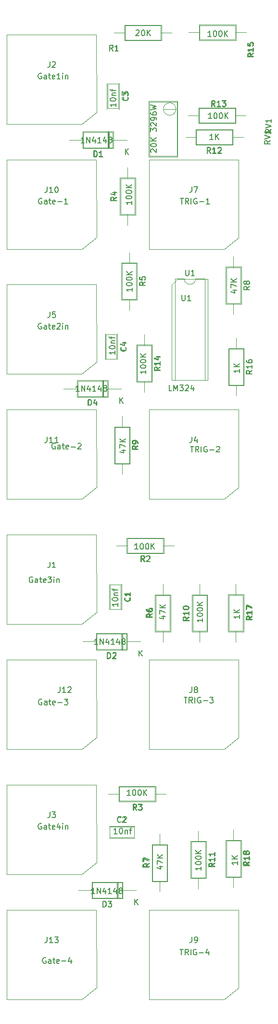
<source format=gbr>
G04 #@! TF.GenerationSoftware,KiCad,Pcbnew,(5.1.5)-3*
G04 #@! TF.CreationDate,2020-07-13T19:53:19+01:00*
G04 #@! TF.ProjectId,GATE2TRIG,47415445-3254-4524-9947-2e6b69636164,rev?*
G04 #@! TF.SameCoordinates,Original*
G04 #@! TF.FileFunction,Legend,Top*
G04 #@! TF.FilePolarity,Positive*
%FSLAX46Y46*%
G04 Gerber Fmt 4.6, Leading zero omitted, Abs format (unit mm)*
G04 Created by KiCad (PCBNEW (5.1.5)-3) date 2020-07-13 19:53:19*
%MOMM*%
%LPD*%
G04 APERTURE LIST*
%ADD10C,0.120000*%
%ADD11C,0.100000*%
%ADD12C,0.150000*%
%ADD13C,0.129000*%
G04 APERTURE END LIST*
D10*
X71820000Y-29185000D02*
X76890000Y-29185000D01*
X71820000Y-38955000D02*
X76890000Y-38955000D01*
X76890000Y-38955000D02*
X76890000Y-29185000D01*
X71820000Y-38955000D02*
X71820000Y-29185000D01*
D11*
X76585000Y-30575000D02*
X74416000Y-30574000D01*
X76585000Y-30575000D02*
X74416000Y-30574000D01*
X71940000Y-29305000D02*
X71940000Y-38835000D01*
X76770000Y-29305000D02*
X71940000Y-29305000D01*
X76770000Y-38835000D02*
X76770000Y-29305000D01*
X71940000Y-38835000D02*
X76770000Y-38835000D01*
X76595000Y-30575000D02*
G75*
G03X76595000Y-30575000I-1095000J0D01*
G01*
D10*
X64887400Y-118672500D02*
X64872400Y-118672500D01*
X67012400Y-118672500D02*
X66997400Y-118672500D01*
X64887400Y-114132500D02*
X64872400Y-114132500D01*
X67012400Y-114132500D02*
X66997400Y-114132500D01*
X64872400Y-114132500D02*
X64872400Y-118672500D01*
X67012400Y-114132500D02*
X67012400Y-118672500D01*
D11*
X66892400Y-118552500D02*
X66892400Y-114252500D01*
X64992400Y-118552500D02*
X66892400Y-118552500D01*
X64992400Y-114252500D02*
X64992400Y-118552500D01*
X66892400Y-114252500D02*
X64992400Y-114252500D01*
X64948700Y-156846000D02*
X64948700Y-158746000D01*
X64948700Y-158746000D02*
X69248700Y-158746000D01*
X69248700Y-158746000D02*
X69248700Y-156846000D01*
X69248700Y-156846000D02*
X64948700Y-156846000D01*
D10*
X64828700Y-156726000D02*
X69368700Y-156726000D01*
X64828700Y-158866000D02*
X69368700Y-158866000D01*
X64828700Y-156726000D02*
X64828700Y-156741000D01*
X64828700Y-158851000D02*
X64828700Y-158866000D01*
X69368700Y-156726000D02*
X69368700Y-156741000D01*
X69368700Y-158851000D02*
X69368700Y-158866000D01*
X64465700Y-30570100D02*
X64450700Y-30570100D01*
X66590700Y-30570100D02*
X66575700Y-30570100D01*
X64465700Y-26030100D02*
X64450700Y-26030100D01*
X66590700Y-26030100D02*
X66575700Y-26030100D01*
X64450700Y-26030100D02*
X64450700Y-30570100D01*
X66590700Y-26030100D02*
X66590700Y-30570100D01*
D11*
X66470700Y-30450100D02*
X66470700Y-26150100D01*
X64570700Y-30450100D02*
X66470700Y-30450100D01*
X64570700Y-26150100D02*
X64570700Y-30450100D01*
X66470700Y-26150100D02*
X64570700Y-26150100D01*
X66150700Y-70219100D02*
X64250700Y-70219100D01*
X64250700Y-70219100D02*
X64250700Y-74519100D01*
X64250700Y-74519100D02*
X66150700Y-74519100D01*
X66150700Y-74519100D02*
X66150700Y-70219100D01*
D10*
X66270700Y-70099100D02*
X66270700Y-74639100D01*
X64130700Y-70099100D02*
X64130700Y-74639100D01*
X66270700Y-70099100D02*
X66255700Y-70099100D01*
X64145700Y-70099100D02*
X64130700Y-70099100D01*
X66270700Y-74639100D02*
X66255700Y-74639100D01*
X64145700Y-74639100D02*
X64130700Y-74639100D01*
D11*
X65481700Y-37348200D02*
X65481700Y-34648200D01*
X65481700Y-34648200D02*
X60281700Y-34648200D01*
X60281700Y-34648200D02*
X60281700Y-37348200D01*
X60281700Y-37348200D02*
X65481700Y-37348200D01*
X67961700Y-35998200D02*
X65481700Y-35998200D01*
X57801700Y-35998200D02*
X60281700Y-35998200D01*
X64701700Y-37348200D02*
X64701700Y-34648200D01*
X64601700Y-37348200D02*
X64601700Y-34648200D01*
X64801700Y-37348200D02*
X64801700Y-34648200D01*
D10*
X65601700Y-37468200D02*
X65601700Y-34528200D01*
X65601700Y-34528200D02*
X60161700Y-34528200D01*
X60161700Y-34528200D02*
X60161700Y-37468200D01*
X60161700Y-37468200D02*
X65601700Y-37468200D01*
X66621700Y-35998200D02*
X65601700Y-35998200D01*
X59141700Y-35998200D02*
X60161700Y-35998200D01*
X64701700Y-37468200D02*
X64701700Y-34528200D01*
X64581700Y-37468200D02*
X64581700Y-34528200D01*
X64821700Y-37468200D02*
X64821700Y-34528200D01*
X67227100Y-125736000D02*
X67227100Y-122796000D01*
X66987100Y-125736000D02*
X66987100Y-122796000D01*
X67107100Y-125736000D02*
X67107100Y-122796000D01*
X61547100Y-124266000D02*
X62567100Y-124266000D01*
X69027100Y-124266000D02*
X68007100Y-124266000D01*
X62567100Y-125736000D02*
X68007100Y-125736000D01*
X62567100Y-122796000D02*
X62567100Y-125736000D01*
X68007100Y-122796000D02*
X62567100Y-122796000D01*
X68007100Y-125736000D02*
X68007100Y-122796000D01*
D11*
X67207100Y-125616000D02*
X67207100Y-122916000D01*
X67007100Y-125616000D02*
X67007100Y-122916000D01*
X67107100Y-125616000D02*
X67107100Y-122916000D01*
X60207100Y-124266000D02*
X62687100Y-124266000D01*
X70367100Y-124266000D02*
X67887100Y-124266000D01*
X62687100Y-125616000D02*
X67887100Y-125616000D01*
X62687100Y-122916000D02*
X62687100Y-125616000D01*
X67887100Y-122916000D02*
X62687100Y-122916000D01*
X67887100Y-125616000D02*
X67887100Y-122916000D01*
D10*
X66449800Y-169492000D02*
X66449800Y-166552000D01*
X66209800Y-169492000D02*
X66209800Y-166552000D01*
X66329800Y-169492000D02*
X66329800Y-166552000D01*
X60769800Y-168022000D02*
X61789800Y-168022000D01*
X68249800Y-168022000D02*
X67229800Y-168022000D01*
X61789800Y-169492000D02*
X67229800Y-169492000D01*
X61789800Y-166552000D02*
X61789800Y-169492000D01*
X67229800Y-166552000D02*
X61789800Y-166552000D01*
X67229800Y-169492000D02*
X67229800Y-166552000D01*
D11*
X66429800Y-169372000D02*
X66429800Y-166672000D01*
X66229800Y-169372000D02*
X66229800Y-166672000D01*
X66329800Y-169372000D02*
X66329800Y-166672000D01*
X59429800Y-168022000D02*
X61909800Y-168022000D01*
X69589800Y-168022000D02*
X67109800Y-168022000D01*
X61909800Y-169372000D02*
X67109800Y-169372000D01*
X61909800Y-166672000D02*
X61909800Y-169372000D01*
X67109800Y-166672000D02*
X61909800Y-166672000D01*
X67109800Y-169372000D02*
X67109800Y-166672000D01*
X64524100Y-81114900D02*
X64524100Y-78414900D01*
X64524100Y-78414900D02*
X59324100Y-78414900D01*
X59324100Y-78414900D02*
X59324100Y-81114900D01*
X59324100Y-81114900D02*
X64524100Y-81114900D01*
X67004100Y-79764900D02*
X64524100Y-79764900D01*
X56844100Y-79764900D02*
X59324100Y-79764900D01*
X63744100Y-81114900D02*
X63744100Y-78414900D01*
X63644100Y-81114900D02*
X63644100Y-78414900D01*
X63844100Y-81114900D02*
X63844100Y-78414900D01*
D10*
X64644100Y-81234900D02*
X64644100Y-78294900D01*
X64644100Y-78294900D02*
X59204100Y-78294900D01*
X59204100Y-78294900D02*
X59204100Y-81234900D01*
X59204100Y-81234900D02*
X64644100Y-81234900D01*
X65664100Y-79764900D02*
X64644100Y-79764900D01*
X58184100Y-79764900D02*
X59204100Y-79764900D01*
X63744100Y-81234900D02*
X63744100Y-78294900D01*
X63624100Y-81234900D02*
X63624100Y-78294900D01*
X63864100Y-81234900D02*
X63864100Y-78294900D01*
X46856000Y-105460000D02*
X62604000Y-105460000D01*
X62604000Y-105460000D02*
X62610000Y-119170000D01*
X62604000Y-119176000D02*
X60064000Y-121208000D01*
X60064000Y-121208000D02*
X46856000Y-121208000D01*
X46856000Y-121208000D02*
X46856000Y-105460000D01*
X46856000Y-33208000D02*
X46856000Y-17460000D01*
X60064000Y-33208000D02*
X46856000Y-33208000D01*
X62604000Y-31176000D02*
X60064000Y-33208000D01*
X62604000Y-17460000D02*
X62610000Y-31170000D01*
X46856000Y-17460000D02*
X62604000Y-17460000D01*
X46856000Y-165208000D02*
X46856000Y-149460000D01*
X60064000Y-165208000D02*
X46856000Y-165208000D01*
X62604000Y-163176000D02*
X60064000Y-165208000D01*
X62604000Y-149460000D02*
X62610000Y-163170000D01*
X46856000Y-149460000D02*
X62604000Y-149460000D01*
X71856000Y-99208000D02*
X71856000Y-83460000D01*
X85064000Y-99208000D02*
X71856000Y-99208000D01*
X87604000Y-97176000D02*
X85064000Y-99208000D01*
X87604000Y-83460000D02*
X87610000Y-97170000D01*
X71856000Y-83460000D02*
X87604000Y-83460000D01*
X46856000Y-77208000D02*
X46856000Y-61460000D01*
X60064000Y-77208000D02*
X46856000Y-77208000D01*
X62604000Y-75176000D02*
X60064000Y-77208000D01*
X62604000Y-61460000D02*
X62610000Y-75170000D01*
X46856000Y-61460000D02*
X62604000Y-61460000D01*
X71856000Y-39460000D02*
X87604000Y-39460000D01*
X87604000Y-39460000D02*
X87610000Y-53170000D01*
X87604000Y-53176000D02*
X85064000Y-55208000D01*
X85064000Y-55208000D02*
X71856000Y-55208000D01*
X71856000Y-55208000D02*
X71856000Y-39460000D01*
X71856000Y-127460000D02*
X87604000Y-127460000D01*
X87604000Y-127460000D02*
X87610000Y-141170000D01*
X87604000Y-141176000D02*
X85064000Y-143208000D01*
X85064000Y-143208000D02*
X71856000Y-143208000D01*
X71856000Y-143208000D02*
X71856000Y-127460000D01*
X71856000Y-171460000D02*
X87604000Y-171460000D01*
X87604000Y-171460000D02*
X87610000Y-185170000D01*
X87604000Y-185176000D02*
X85064000Y-187208000D01*
X85064000Y-187208000D02*
X71856000Y-187208000D01*
X71856000Y-187208000D02*
X71856000Y-171460000D01*
X46856000Y-55208000D02*
X46856000Y-39460000D01*
X60064000Y-55208000D02*
X46856000Y-55208000D01*
X62604000Y-53176000D02*
X60064000Y-55208000D01*
X62604000Y-39460000D02*
X62610000Y-53170000D01*
X46856000Y-39460000D02*
X62604000Y-39460000D01*
X46856000Y-99208000D02*
X46856000Y-83460000D01*
X60064000Y-99208000D02*
X46856000Y-99208000D01*
X62604000Y-97176000D02*
X60064000Y-99208000D01*
X62604000Y-83460000D02*
X62610000Y-97170000D01*
X46856000Y-83460000D02*
X62604000Y-83460000D01*
X46856000Y-127460000D02*
X62604000Y-127460000D01*
X62604000Y-127460000D02*
X62610000Y-141170000D01*
X62604000Y-141176000D02*
X60064000Y-143208000D01*
X60064000Y-143208000D02*
X46856000Y-143208000D01*
X46856000Y-143208000D02*
X46856000Y-127460000D01*
X46856000Y-171460000D02*
X62604000Y-171460000D01*
X62604000Y-171460000D02*
X62610000Y-185170000D01*
X62604000Y-185176000D02*
X60064000Y-187208000D01*
X60064000Y-187208000D02*
X46856000Y-187208000D01*
X46856000Y-187208000D02*
X46856000Y-171460000D01*
X74826200Y-17126000D02*
X74056200Y-17126000D01*
X66746200Y-17126000D02*
X67516200Y-17126000D01*
X74056200Y-15756000D02*
X67516200Y-15756000D01*
X74056200Y-18496000D02*
X74056200Y-15756000D01*
X67516200Y-18496000D02*
X74056200Y-18496000D01*
X67516200Y-15756000D02*
X67516200Y-18496000D01*
D11*
X75866200Y-17126000D02*
X73936200Y-17126000D01*
X65706200Y-17126000D02*
X67636200Y-17126000D01*
X73936200Y-15876000D02*
X67636200Y-15876000D01*
X73936200Y-18376000D02*
X73936200Y-15876000D01*
X67636200Y-18376000D02*
X73936200Y-18376000D01*
X67636200Y-15876000D02*
X67636200Y-18376000D01*
X74340000Y-108647600D02*
X74340000Y-106147600D01*
X74340000Y-106147600D02*
X68040000Y-106147600D01*
X68040000Y-106147600D02*
X68040000Y-108647600D01*
X68040000Y-108647600D02*
X74340000Y-108647600D01*
X76270000Y-107397600D02*
X74340000Y-107397600D01*
X66110000Y-107397600D02*
X68040000Y-107397600D01*
D10*
X74460000Y-108767600D02*
X74460000Y-106027600D01*
X74460000Y-106027600D02*
X67920000Y-106027600D01*
X67920000Y-106027600D02*
X67920000Y-108767600D01*
X67920000Y-108767600D02*
X74460000Y-108767600D01*
X75230000Y-107397600D02*
X74460000Y-107397600D01*
X67150000Y-107397600D02*
X67920000Y-107397600D01*
X65737800Y-151065000D02*
X66507800Y-151065000D01*
X73817800Y-151065000D02*
X73047800Y-151065000D01*
X66507800Y-152435000D02*
X73047800Y-152435000D01*
X66507800Y-149695000D02*
X66507800Y-152435000D01*
X73047800Y-149695000D02*
X66507800Y-149695000D01*
X73047800Y-152435000D02*
X73047800Y-149695000D01*
D11*
X64697800Y-151065000D02*
X66627800Y-151065000D01*
X74857800Y-151065000D02*
X72927800Y-151065000D01*
X66627800Y-152315000D02*
X72927800Y-152315000D01*
X66627800Y-149815000D02*
X66627800Y-152315000D01*
X72927800Y-149815000D02*
X66627800Y-149815000D01*
X72927800Y-152315000D02*
X72927800Y-149815000D01*
D10*
X68093800Y-41884500D02*
X68093800Y-42654500D01*
X68093800Y-49964500D02*
X68093800Y-49194500D01*
X66723800Y-42654500D02*
X66723800Y-49194500D01*
X69463800Y-42654500D02*
X66723800Y-42654500D01*
X69463800Y-49194500D02*
X69463800Y-42654500D01*
X66723800Y-49194500D02*
X69463800Y-49194500D01*
D11*
X68093800Y-40844500D02*
X68093800Y-42774500D01*
X68093800Y-51004500D02*
X68093800Y-49074500D01*
X66843800Y-42774500D02*
X66843800Y-49074500D01*
X69343800Y-42774500D02*
X66843800Y-42774500D01*
X69343800Y-49074500D02*
X69343800Y-42774500D01*
X66843800Y-49074500D02*
X69343800Y-49074500D01*
D10*
X68375700Y-64917500D02*
X68375700Y-64147500D01*
X68375700Y-56837500D02*
X68375700Y-57607500D01*
X69745700Y-64147500D02*
X69745700Y-57607500D01*
X67005700Y-64147500D02*
X69745700Y-64147500D01*
X67005700Y-57607500D02*
X67005700Y-64147500D01*
X69745700Y-57607500D02*
X67005700Y-57607500D01*
D11*
X68375700Y-65957500D02*
X68375700Y-64027500D01*
X68375700Y-55797500D02*
X68375700Y-57727500D01*
X69625700Y-64027500D02*
X69625700Y-57727500D01*
X67125700Y-64027500D02*
X69625700Y-64027500D01*
X67125700Y-57727500D02*
X67125700Y-64027500D01*
X69625700Y-57727500D02*
X67125700Y-57727500D01*
D10*
X74291400Y-115237000D02*
X74291400Y-116007000D01*
X74291400Y-123317000D02*
X74291400Y-122547000D01*
X72921400Y-116007000D02*
X72921400Y-122547000D01*
X75661400Y-116007000D02*
X72921400Y-116007000D01*
X75661400Y-122547000D02*
X75661400Y-116007000D01*
X72921400Y-122547000D02*
X75661400Y-122547000D01*
D11*
X74291400Y-114197000D02*
X74291400Y-116127000D01*
X74291400Y-124357000D02*
X74291400Y-122427000D01*
X73041400Y-116127000D02*
X73041400Y-122427000D01*
X75541400Y-116127000D02*
X73041400Y-116127000D01*
X75541400Y-122427000D02*
X75541400Y-116127000D01*
X73041400Y-122427000D02*
X75541400Y-122427000D01*
X72477500Y-166377000D02*
X74977500Y-166377000D01*
X74977500Y-166377000D02*
X74977500Y-160077000D01*
X74977500Y-160077000D02*
X72477500Y-160077000D01*
X72477500Y-160077000D02*
X72477500Y-166377000D01*
X73727500Y-168307000D02*
X73727500Y-166377000D01*
X73727500Y-158147000D02*
X73727500Y-160077000D01*
D10*
X72357500Y-166497000D02*
X75097500Y-166497000D01*
X75097500Y-166497000D02*
X75097500Y-159957000D01*
X75097500Y-159957000D02*
X72357500Y-159957000D01*
X72357500Y-159957000D02*
X72357500Y-166497000D01*
X73727500Y-167267000D02*
X73727500Y-166497000D01*
X73727500Y-159187000D02*
X73727500Y-159957000D01*
D11*
X87972100Y-58453900D02*
X85472100Y-58453900D01*
X85472100Y-58453900D02*
X85472100Y-64753900D01*
X85472100Y-64753900D02*
X87972100Y-64753900D01*
X87972100Y-64753900D02*
X87972100Y-58453900D01*
X86722100Y-56523900D02*
X86722100Y-58453900D01*
X86722100Y-66683900D02*
X86722100Y-64753900D01*
D10*
X88092100Y-58333900D02*
X85352100Y-58333900D01*
X85352100Y-58333900D02*
X85352100Y-64873900D01*
X85352100Y-64873900D02*
X88092100Y-64873900D01*
X88092100Y-64873900D02*
X88092100Y-58333900D01*
X86722100Y-57563900D02*
X86722100Y-58333900D01*
X86722100Y-65643900D02*
X86722100Y-64873900D01*
D11*
X68388700Y-86584400D02*
X65888700Y-86584400D01*
X65888700Y-86584400D02*
X65888700Y-92884400D01*
X65888700Y-92884400D02*
X68388700Y-92884400D01*
X68388700Y-92884400D02*
X68388700Y-86584400D01*
X67138700Y-84654400D02*
X67138700Y-86584400D01*
X67138700Y-94814400D02*
X67138700Y-92884400D01*
D10*
X68508700Y-86464400D02*
X65768700Y-86464400D01*
X65768700Y-86464400D02*
X65768700Y-93004400D01*
X65768700Y-93004400D02*
X68508700Y-93004400D01*
X68508700Y-93004400D02*
X68508700Y-86464400D01*
X67138700Y-85694400D02*
X67138700Y-86464400D01*
X67138700Y-93774400D02*
X67138700Y-93004400D01*
D11*
X79541200Y-122427000D02*
X82041200Y-122427000D01*
X82041200Y-122427000D02*
X82041200Y-116127000D01*
X82041200Y-116127000D02*
X79541200Y-116127000D01*
X79541200Y-116127000D02*
X79541200Y-122427000D01*
X80791200Y-124357000D02*
X80791200Y-122427000D01*
X80791200Y-114197000D02*
X80791200Y-116127000D01*
D10*
X79421200Y-122547000D02*
X82161200Y-122547000D01*
X82161200Y-122547000D02*
X82161200Y-116007000D01*
X82161200Y-116007000D02*
X79421200Y-116007000D01*
X79421200Y-116007000D02*
X79421200Y-122547000D01*
X80791200Y-123317000D02*
X80791200Y-122547000D01*
X80791200Y-115237000D02*
X80791200Y-116007000D01*
X80539800Y-166700000D02*
X80539800Y-165930000D01*
X80539800Y-158620000D02*
X80539800Y-159390000D01*
X81909800Y-165930000D02*
X81909800Y-159390000D01*
X79169800Y-165930000D02*
X81909800Y-165930000D01*
X79169800Y-159390000D02*
X79169800Y-165930000D01*
X81909800Y-159390000D02*
X79169800Y-159390000D01*
D11*
X80539800Y-167740000D02*
X80539800Y-165810000D01*
X80539800Y-157580000D02*
X80539800Y-159510000D01*
X81789800Y-165810000D02*
X81789800Y-159510000D01*
X79289800Y-165810000D02*
X81789800Y-165810000D01*
X79289800Y-159510000D02*
X79289800Y-165810000D01*
X81789800Y-159510000D02*
X79289800Y-159510000D01*
X86500000Y-36790000D02*
X86500000Y-34290000D01*
X86500000Y-34290000D02*
X80200000Y-34290000D01*
X80200000Y-34290000D02*
X80200000Y-36790000D01*
X80200000Y-36790000D02*
X86500000Y-36790000D01*
X88430000Y-35540000D02*
X86500000Y-35540000D01*
X78270000Y-35540000D02*
X80200000Y-35540000D01*
D10*
X86620000Y-36910000D02*
X86620000Y-34170000D01*
X86620000Y-34170000D02*
X80080000Y-34170000D01*
X80080000Y-34170000D02*
X80080000Y-36910000D01*
X80080000Y-36910000D02*
X86620000Y-36910000D01*
X87390000Y-35540000D02*
X86620000Y-35540000D01*
X79310000Y-35540000D02*
X80080000Y-35540000D01*
D11*
X80700000Y-30450000D02*
X80700000Y-32950000D01*
X80700000Y-32950000D02*
X87000000Y-32950000D01*
X87000000Y-32950000D02*
X87000000Y-30450000D01*
X87000000Y-30450000D02*
X80700000Y-30450000D01*
X78770000Y-31700000D02*
X80700000Y-31700000D01*
X88930000Y-31700000D02*
X87000000Y-31700000D01*
D10*
X80580000Y-30330000D02*
X80580000Y-33070000D01*
X80580000Y-33070000D02*
X87120000Y-33070000D01*
X87120000Y-33070000D02*
X87120000Y-30330000D01*
X87120000Y-30330000D02*
X80580000Y-30330000D01*
X79810000Y-31700000D02*
X80580000Y-31700000D01*
X87890000Y-31700000D02*
X87120000Y-31700000D01*
X71007100Y-79359900D02*
X71007100Y-78589900D01*
X71007100Y-71279900D02*
X71007100Y-72049900D01*
X72377100Y-78589900D02*
X72377100Y-72049900D01*
X69637100Y-78589900D02*
X72377100Y-78589900D01*
X69637100Y-72049900D02*
X69637100Y-78589900D01*
X72377100Y-72049900D02*
X69637100Y-72049900D01*
D11*
X71007100Y-80399900D02*
X71007100Y-78469900D01*
X71007100Y-70239900D02*
X71007100Y-72169900D01*
X72257100Y-78469900D02*
X72257100Y-72169900D01*
X69757100Y-78469900D02*
X72257100Y-78469900D01*
X69757100Y-72169900D02*
X69757100Y-78469900D01*
X72257100Y-72169900D02*
X69757100Y-72169900D01*
X80760340Y-15842960D02*
X80760340Y-18342960D01*
X80760340Y-18342960D02*
X87060340Y-18342960D01*
X87060340Y-18342960D02*
X87060340Y-15842960D01*
X87060340Y-15842960D02*
X80760340Y-15842960D01*
X78830340Y-17092960D02*
X80760340Y-17092960D01*
X88990340Y-17092960D02*
X87060340Y-17092960D01*
D10*
X80640340Y-15722960D02*
X80640340Y-18462960D01*
X80640340Y-18462960D02*
X87180340Y-18462960D01*
X87180340Y-18462960D02*
X87180340Y-15722960D01*
X87180340Y-15722960D02*
X80640340Y-15722960D01*
X79870340Y-17092960D02*
X80640340Y-17092960D01*
X87950340Y-17092960D02*
X87180340Y-17092960D01*
X87204700Y-79972100D02*
X87204700Y-79202100D01*
X87204700Y-71892100D02*
X87204700Y-72662100D01*
X88574700Y-79202100D02*
X88574700Y-72662100D01*
X85834700Y-79202100D02*
X88574700Y-79202100D01*
X85834700Y-72662100D02*
X85834700Y-79202100D01*
X88574700Y-72662100D02*
X85834700Y-72662100D01*
D11*
X87204700Y-81012100D02*
X87204700Y-79082100D01*
X87204700Y-70852100D02*
X87204700Y-72782100D01*
X88454700Y-79082100D02*
X88454700Y-72782100D01*
X85954700Y-79082100D02*
X88454700Y-79082100D01*
X85954700Y-72782100D02*
X85954700Y-79082100D01*
X88454700Y-72782100D02*
X85954700Y-72782100D01*
X88401400Y-116111900D02*
X85901400Y-116111900D01*
X85901400Y-116111900D02*
X85901400Y-122411900D01*
X85901400Y-122411900D02*
X88401400Y-122411900D01*
X88401400Y-122411900D02*
X88401400Y-116111900D01*
X87151400Y-114181900D02*
X87151400Y-116111900D01*
X87151400Y-124341900D02*
X87151400Y-122411900D01*
D10*
X88521400Y-115991900D02*
X85781400Y-115991900D01*
X85781400Y-115991900D02*
X85781400Y-122531900D01*
X85781400Y-122531900D02*
X88521400Y-122531900D01*
X88521400Y-122531900D02*
X88521400Y-115991900D01*
X87151400Y-115221900D02*
X87151400Y-115991900D01*
X87151400Y-123301900D02*
X87151400Y-122531900D01*
X86724700Y-166505000D02*
X86724700Y-165735000D01*
X86724700Y-158425000D02*
X86724700Y-159195000D01*
X88094700Y-165735000D02*
X88094700Y-159195000D01*
X85354700Y-165735000D02*
X88094700Y-165735000D01*
X85354700Y-159195000D02*
X85354700Y-165735000D01*
X88094700Y-159195000D02*
X85354700Y-159195000D01*
D11*
X86724700Y-167545000D02*
X86724700Y-165615000D01*
X86724700Y-157385000D02*
X86724700Y-159315000D01*
X87974700Y-165615000D02*
X87974700Y-159315000D01*
X85474700Y-165615000D02*
X87974700Y-165615000D01*
X85474700Y-159315000D02*
X85474700Y-165615000D01*
X87974700Y-159315000D02*
X85474700Y-159315000D01*
D10*
X80066600Y-60413600D02*
G75*
G02X78066600Y-60413600I-1000000J0D01*
G01*
D11*
X76891600Y-60473600D02*
X82241600Y-60473600D01*
X82241600Y-60473600D02*
X82241600Y-78253600D01*
X82241600Y-78253600D02*
X75891600Y-78253600D01*
X75891600Y-78253600D02*
X75891600Y-61473600D01*
X75891600Y-61473600D02*
X76891600Y-60473600D01*
D10*
X78066600Y-60413600D02*
X76416600Y-60413600D01*
X76416600Y-60413600D02*
X76416600Y-78313600D01*
X76416600Y-78313600D02*
X81716600Y-78313600D01*
X81716600Y-78313600D02*
X81716600Y-60413600D01*
X81716600Y-60413600D02*
X80066600Y-60413600D01*
D12*
X93372380Y-34155238D02*
X92896190Y-34488571D01*
X93372380Y-34726666D02*
X92372380Y-34726666D01*
X92372380Y-34345714D01*
X92420000Y-34250476D01*
X92467619Y-34202857D01*
X92562857Y-34155238D01*
X92705714Y-34155238D01*
X92800952Y-34202857D01*
X92848571Y-34250476D01*
X92896190Y-34345714D01*
X92896190Y-34726666D01*
X92372380Y-33869523D02*
X93372380Y-33536190D01*
X92372380Y-33202857D01*
X93372380Y-32345714D02*
X93372380Y-32917142D01*
X93372380Y-32631428D02*
X92372380Y-32631428D01*
X92515238Y-32726666D01*
X92610476Y-32821904D01*
X92658095Y-32917142D01*
X72257619Y-38159047D02*
X72210000Y-38111428D01*
X72162380Y-38016190D01*
X72162380Y-37778095D01*
X72210000Y-37682857D01*
X72257619Y-37635238D01*
X72352857Y-37587619D01*
X72448095Y-37587619D01*
X72590952Y-37635238D01*
X73162380Y-38206666D01*
X73162380Y-37587619D01*
X72162380Y-36968571D02*
X72162380Y-36873333D01*
X72210000Y-36778095D01*
X72257619Y-36730476D01*
X72352857Y-36682857D01*
X72543333Y-36635238D01*
X72781428Y-36635238D01*
X72971904Y-36682857D01*
X73067142Y-36730476D01*
X73114761Y-36778095D01*
X73162380Y-36873333D01*
X73162380Y-36968571D01*
X73114761Y-37063809D01*
X73067142Y-37111428D01*
X72971904Y-37159047D01*
X72781428Y-37206666D01*
X72543333Y-37206666D01*
X72352857Y-37159047D01*
X72257619Y-37111428D01*
X72210000Y-37063809D01*
X72162380Y-36968571D01*
X73162380Y-36206666D02*
X72162380Y-36206666D01*
X73162380Y-35635238D02*
X72590952Y-36063809D01*
X72162380Y-35635238D02*
X72733809Y-36206666D01*
X72162380Y-34540000D02*
X72162380Y-33920952D01*
X72543333Y-34254285D01*
X72543333Y-34111428D01*
X72590952Y-34016190D01*
X72638571Y-33968571D01*
X72733809Y-33920952D01*
X72971904Y-33920952D01*
X73067142Y-33968571D01*
X73114761Y-34016190D01*
X73162380Y-34111428D01*
X73162380Y-34397142D01*
X73114761Y-34492380D01*
X73067142Y-34540000D01*
X72257619Y-33540000D02*
X72210000Y-33492380D01*
X72162380Y-33397142D01*
X72162380Y-33159047D01*
X72210000Y-33063809D01*
X72257619Y-33016190D01*
X72352857Y-32968571D01*
X72448095Y-32968571D01*
X72590952Y-33016190D01*
X73162380Y-33587619D01*
X73162380Y-32968571D01*
X73162380Y-32492380D02*
X73162380Y-32301904D01*
X73114761Y-32206666D01*
X73067142Y-32159047D01*
X72924285Y-32063809D01*
X72733809Y-32016190D01*
X72352857Y-32016190D01*
X72257619Y-32063809D01*
X72210000Y-32111428D01*
X72162380Y-32206666D01*
X72162380Y-32397142D01*
X72210000Y-32492380D01*
X72257619Y-32540000D01*
X72352857Y-32587619D01*
X72590952Y-32587619D01*
X72686190Y-32540000D01*
X72733809Y-32492380D01*
X72781428Y-32397142D01*
X72781428Y-32206666D01*
X72733809Y-32111428D01*
X72686190Y-32063809D01*
X72590952Y-32016190D01*
X72162380Y-31159047D02*
X72162380Y-31349523D01*
X72210000Y-31444761D01*
X72257619Y-31492380D01*
X72400476Y-31587619D01*
X72590952Y-31635238D01*
X72971904Y-31635238D01*
X73067142Y-31587619D01*
X73114761Y-31540000D01*
X73162380Y-31444761D01*
X73162380Y-31254285D01*
X73114761Y-31159047D01*
X73067142Y-31111428D01*
X72971904Y-31063809D01*
X72733809Y-31063809D01*
X72638571Y-31111428D01*
X72590952Y-31159047D01*
X72543333Y-31254285D01*
X72543333Y-31444761D01*
X72590952Y-31540000D01*
X72638571Y-31587619D01*
X72733809Y-31635238D01*
X72162380Y-30730476D02*
X73162380Y-30492380D01*
X72448095Y-30301904D01*
X73162380Y-30111428D01*
X72162380Y-29873333D01*
X93182380Y-36145238D02*
X92706190Y-36478571D01*
X93182380Y-36716666D02*
X92182380Y-36716666D01*
X92182380Y-36335714D01*
X92230000Y-36240476D01*
X92277619Y-36192857D01*
X92372857Y-36145238D01*
X92515714Y-36145238D01*
X92610952Y-36192857D01*
X92658571Y-36240476D01*
X92706190Y-36335714D01*
X92706190Y-36716666D01*
X92182380Y-35859523D02*
X93182380Y-35526190D01*
X92182380Y-35192857D01*
X93182380Y-34335714D02*
X93182380Y-34907142D01*
X93182380Y-34621428D02*
X92182380Y-34621428D01*
X92325238Y-34716666D01*
X92420476Y-34811904D01*
X92468095Y-34907142D01*
X68499542Y-116569166D02*
X68547161Y-116616785D01*
X68594780Y-116759642D01*
X68594780Y-116854880D01*
X68547161Y-116997738D01*
X68451923Y-117092976D01*
X68356685Y-117140595D01*
X68166209Y-117188214D01*
X68023352Y-117188214D01*
X67832876Y-117140595D01*
X67737638Y-117092976D01*
X67642400Y-116997738D01*
X67594780Y-116854880D01*
X67594780Y-116759642D01*
X67642400Y-116616785D01*
X67690019Y-116569166D01*
X68594780Y-115616785D02*
X68594780Y-116188214D01*
X68594780Y-115902500D02*
X67594780Y-115902500D01*
X67737638Y-115997738D01*
X67832876Y-116092976D01*
X67880495Y-116188214D01*
X66382380Y-117478571D02*
X66382380Y-118050000D01*
X66382380Y-117764285D02*
X65382380Y-117764285D01*
X65525238Y-117859523D01*
X65620476Y-117954761D01*
X65668095Y-118050000D01*
X65382380Y-116859523D02*
X65382380Y-116764285D01*
X65430000Y-116669047D01*
X65477619Y-116621428D01*
X65572857Y-116573809D01*
X65763333Y-116526190D01*
X66001428Y-116526190D01*
X66191904Y-116573809D01*
X66287142Y-116621428D01*
X66334761Y-116669047D01*
X66382380Y-116764285D01*
X66382380Y-116859523D01*
X66334761Y-116954761D01*
X66287142Y-117002380D01*
X66191904Y-117050000D01*
X66001428Y-117097619D01*
X65763333Y-117097619D01*
X65572857Y-117050000D01*
X65477619Y-117002380D01*
X65430000Y-116954761D01*
X65382380Y-116859523D01*
X65715714Y-116097619D02*
X66382380Y-116097619D01*
X65810952Y-116097619D02*
X65763333Y-116050000D01*
X65715714Y-115954761D01*
X65715714Y-115811904D01*
X65763333Y-115716666D01*
X65858571Y-115669047D01*
X66382380Y-115669047D01*
X65715714Y-115335714D02*
X65715714Y-114954761D01*
X66382380Y-115192857D02*
X65525238Y-115192857D01*
X65430000Y-115145238D01*
X65382380Y-115050000D01*
X65382380Y-114954761D01*
D13*
X68397142Y-116573333D02*
X68438095Y-116614285D01*
X68479047Y-116737142D01*
X68479047Y-116819047D01*
X68438095Y-116941904D01*
X68356190Y-117023809D01*
X68274285Y-117064761D01*
X68110476Y-117105714D01*
X67987619Y-117105714D01*
X67823809Y-117064761D01*
X67741904Y-117023809D01*
X67660000Y-116941904D01*
X67619047Y-116819047D01*
X67619047Y-116737142D01*
X67660000Y-116614285D01*
X67700952Y-116573333D01*
X68479047Y-115754285D02*
X68479047Y-116245714D01*
X68479047Y-116000000D02*
X67619047Y-116000000D01*
X67741904Y-116081904D01*
X67823809Y-116163809D01*
X67864761Y-116245714D01*
D12*
X66932033Y-155953142D02*
X66884414Y-156000761D01*
X66741557Y-156048380D01*
X66646319Y-156048380D01*
X66503461Y-156000761D01*
X66408223Y-155905523D01*
X66360604Y-155810285D01*
X66312985Y-155619809D01*
X66312985Y-155476952D01*
X66360604Y-155286476D01*
X66408223Y-155191238D01*
X66503461Y-155096000D01*
X66646319Y-155048380D01*
X66741557Y-155048380D01*
X66884414Y-155096000D01*
X66932033Y-155143619D01*
X67312985Y-155143619D02*
X67360604Y-155096000D01*
X67455842Y-155048380D01*
X67693938Y-155048380D01*
X67789176Y-155096000D01*
X67836795Y-155143619D01*
X67884414Y-155238857D01*
X67884414Y-155334095D01*
X67836795Y-155476952D01*
X67265366Y-156048380D01*
X67884414Y-156048380D01*
X66271428Y-158082380D02*
X65700000Y-158082380D01*
X65985714Y-158082380D02*
X65985714Y-157082380D01*
X65890476Y-157225238D01*
X65795238Y-157320476D01*
X65700000Y-157368095D01*
X66890476Y-157082380D02*
X66985714Y-157082380D01*
X67080952Y-157130000D01*
X67128571Y-157177619D01*
X67176190Y-157272857D01*
X67223809Y-157463333D01*
X67223809Y-157701428D01*
X67176190Y-157891904D01*
X67128571Y-157987142D01*
X67080952Y-158034761D01*
X66985714Y-158082380D01*
X66890476Y-158082380D01*
X66795238Y-158034761D01*
X66747619Y-157987142D01*
X66700000Y-157891904D01*
X66652380Y-157701428D01*
X66652380Y-157463333D01*
X66700000Y-157272857D01*
X66747619Y-157177619D01*
X66795238Y-157130000D01*
X66890476Y-157082380D01*
X67652380Y-157415714D02*
X67652380Y-158082380D01*
X67652380Y-157510952D02*
X67700000Y-157463333D01*
X67795238Y-157415714D01*
X67938095Y-157415714D01*
X68033333Y-157463333D01*
X68080952Y-157558571D01*
X68080952Y-158082380D01*
X68414285Y-157415714D02*
X68795238Y-157415714D01*
X68557142Y-158082380D02*
X68557142Y-157225238D01*
X68604761Y-157130000D01*
X68700000Y-157082380D01*
X68795238Y-157082380D01*
D13*
X66856666Y-155967142D02*
X66815714Y-156008095D01*
X66692857Y-156049047D01*
X66610952Y-156049047D01*
X66488095Y-156008095D01*
X66406190Y-155926190D01*
X66365238Y-155844285D01*
X66324285Y-155680476D01*
X66324285Y-155557619D01*
X66365238Y-155393809D01*
X66406190Y-155311904D01*
X66488095Y-155230000D01*
X66610952Y-155189047D01*
X66692857Y-155189047D01*
X66815714Y-155230000D01*
X66856666Y-155270952D01*
X67184285Y-155270952D02*
X67225238Y-155230000D01*
X67307142Y-155189047D01*
X67511904Y-155189047D01*
X67593809Y-155230000D01*
X67634761Y-155270952D01*
X67675714Y-155352857D01*
X67675714Y-155434761D01*
X67634761Y-155557619D01*
X67143333Y-156049047D01*
X67675714Y-156049047D01*
D12*
X68077842Y-28466766D02*
X68125461Y-28514385D01*
X68173080Y-28657242D01*
X68173080Y-28752480D01*
X68125461Y-28895338D01*
X68030223Y-28990576D01*
X67934985Y-29038195D01*
X67744509Y-29085814D01*
X67601652Y-29085814D01*
X67411176Y-29038195D01*
X67315938Y-28990576D01*
X67220700Y-28895338D01*
X67173080Y-28752480D01*
X67173080Y-28657242D01*
X67220700Y-28514385D01*
X67268319Y-28466766D01*
X67173080Y-28133433D02*
X67173080Y-27514385D01*
X67554033Y-27847719D01*
X67554033Y-27704861D01*
X67601652Y-27609623D01*
X67649271Y-27562004D01*
X67744509Y-27514385D01*
X67982604Y-27514385D01*
X68077842Y-27562004D01*
X68125461Y-27609623D01*
X68173080Y-27704861D01*
X68173080Y-27990576D01*
X68125461Y-28085814D01*
X68077842Y-28133433D01*
X66012380Y-29558571D02*
X66012380Y-30130000D01*
X66012380Y-29844285D02*
X65012380Y-29844285D01*
X65155238Y-29939523D01*
X65250476Y-30034761D01*
X65298095Y-30130000D01*
X65012380Y-28939523D02*
X65012380Y-28844285D01*
X65060000Y-28749047D01*
X65107619Y-28701428D01*
X65202857Y-28653809D01*
X65393333Y-28606190D01*
X65631428Y-28606190D01*
X65821904Y-28653809D01*
X65917142Y-28701428D01*
X65964761Y-28749047D01*
X66012380Y-28844285D01*
X66012380Y-28939523D01*
X65964761Y-29034761D01*
X65917142Y-29082380D01*
X65821904Y-29130000D01*
X65631428Y-29177619D01*
X65393333Y-29177619D01*
X65202857Y-29130000D01*
X65107619Y-29082380D01*
X65060000Y-29034761D01*
X65012380Y-28939523D01*
X65345714Y-28177619D02*
X66012380Y-28177619D01*
X65440952Y-28177619D02*
X65393333Y-28130000D01*
X65345714Y-28034761D01*
X65345714Y-27891904D01*
X65393333Y-27796666D01*
X65488571Y-27749047D01*
X66012380Y-27749047D01*
X65345714Y-27415714D02*
X65345714Y-27034761D01*
X66012380Y-27272857D02*
X65155238Y-27272857D01*
X65060000Y-27225238D01*
X65012380Y-27130000D01*
X65012380Y-27034761D01*
D13*
X68127142Y-28513333D02*
X68168095Y-28554285D01*
X68209047Y-28677142D01*
X68209047Y-28759047D01*
X68168095Y-28881904D01*
X68086190Y-28963809D01*
X68004285Y-29004761D01*
X67840476Y-29045714D01*
X67717619Y-29045714D01*
X67553809Y-29004761D01*
X67471904Y-28963809D01*
X67390000Y-28881904D01*
X67349047Y-28759047D01*
X67349047Y-28677142D01*
X67390000Y-28554285D01*
X67430952Y-28513333D01*
X67349047Y-28226666D02*
X67349047Y-27694285D01*
X67676666Y-27980952D01*
X67676666Y-27858095D01*
X67717619Y-27776190D01*
X67758571Y-27735238D01*
X67840476Y-27694285D01*
X68045238Y-27694285D01*
X68127142Y-27735238D01*
X68168095Y-27776190D01*
X68209047Y-27858095D01*
X68209047Y-28103809D01*
X68168095Y-28185714D01*
X68127142Y-28226666D01*
D12*
X67757842Y-72535766D02*
X67805461Y-72583385D01*
X67853080Y-72726242D01*
X67853080Y-72821480D01*
X67805461Y-72964338D01*
X67710223Y-73059576D01*
X67614985Y-73107195D01*
X67424509Y-73154814D01*
X67281652Y-73154814D01*
X67091176Y-73107195D01*
X66995938Y-73059576D01*
X66900700Y-72964338D01*
X66853080Y-72821480D01*
X66853080Y-72726242D01*
X66900700Y-72583385D01*
X66948319Y-72535766D01*
X67186414Y-71678623D02*
X67853080Y-71678623D01*
X66805461Y-71916719D02*
X67519747Y-72154814D01*
X67519747Y-71535766D01*
X65882380Y-73128571D02*
X65882380Y-73700000D01*
X65882380Y-73414285D02*
X64882380Y-73414285D01*
X65025238Y-73509523D01*
X65120476Y-73604761D01*
X65168095Y-73700000D01*
X64882380Y-72509523D02*
X64882380Y-72414285D01*
X64930000Y-72319047D01*
X64977619Y-72271428D01*
X65072857Y-72223809D01*
X65263333Y-72176190D01*
X65501428Y-72176190D01*
X65691904Y-72223809D01*
X65787142Y-72271428D01*
X65834761Y-72319047D01*
X65882380Y-72414285D01*
X65882380Y-72509523D01*
X65834761Y-72604761D01*
X65787142Y-72652380D01*
X65691904Y-72700000D01*
X65501428Y-72747619D01*
X65263333Y-72747619D01*
X65072857Y-72700000D01*
X64977619Y-72652380D01*
X64930000Y-72604761D01*
X64882380Y-72509523D01*
X65215714Y-71747619D02*
X65882380Y-71747619D01*
X65310952Y-71747619D02*
X65263333Y-71700000D01*
X65215714Y-71604761D01*
X65215714Y-71461904D01*
X65263333Y-71366666D01*
X65358571Y-71319047D01*
X65882380Y-71319047D01*
X65215714Y-70985714D02*
X65215714Y-70604761D01*
X65882380Y-70842857D02*
X65025238Y-70842857D01*
X64930000Y-70795238D01*
X64882380Y-70700000D01*
X64882380Y-70604761D01*
D13*
X67737142Y-72533333D02*
X67778095Y-72574285D01*
X67819047Y-72697142D01*
X67819047Y-72779047D01*
X67778095Y-72901904D01*
X67696190Y-72983809D01*
X67614285Y-73024761D01*
X67450476Y-73065714D01*
X67327619Y-73065714D01*
X67163809Y-73024761D01*
X67081904Y-72983809D01*
X67000000Y-72901904D01*
X66959047Y-72779047D01*
X66959047Y-72697142D01*
X67000000Y-72574285D01*
X67040952Y-72533333D01*
X67245714Y-71796190D02*
X67819047Y-71796190D01*
X66918095Y-72000952D02*
X67532380Y-72205714D01*
X67532380Y-71673333D01*
D12*
X62143604Y-38920580D02*
X62143604Y-37920580D01*
X62381700Y-37920580D01*
X62524557Y-37968200D01*
X62619795Y-38063438D01*
X62667414Y-38158676D01*
X62715033Y-38349152D01*
X62715033Y-38492009D01*
X62667414Y-38682485D01*
X62619795Y-38777723D01*
X62524557Y-38872961D01*
X62381700Y-38920580D01*
X62143604Y-38920580D01*
X63667414Y-38920580D02*
X63095985Y-38920580D01*
X63381700Y-38920580D02*
X63381700Y-37920580D01*
X63286461Y-38063438D01*
X63191223Y-38158676D01*
X63095985Y-38206295D01*
X60477142Y-36492380D02*
X59905714Y-36492380D01*
X60191428Y-36492380D02*
X60191428Y-35492380D01*
X60096190Y-35635238D01*
X60000952Y-35730476D01*
X59905714Y-35778095D01*
X60905714Y-36492380D02*
X60905714Y-35492380D01*
X61477142Y-36492380D01*
X61477142Y-35492380D01*
X62381904Y-35825714D02*
X62381904Y-36492380D01*
X62143809Y-35444761D02*
X61905714Y-36159047D01*
X62524761Y-36159047D01*
X63429523Y-36492380D02*
X62858095Y-36492380D01*
X63143809Y-36492380D02*
X63143809Y-35492380D01*
X63048571Y-35635238D01*
X62953333Y-35730476D01*
X62858095Y-35778095D01*
X64286666Y-35825714D02*
X64286666Y-36492380D01*
X64048571Y-35444761D02*
X63810476Y-36159047D01*
X64429523Y-36159047D01*
X64953333Y-35920952D02*
X64858095Y-35873333D01*
X64810476Y-35825714D01*
X64762857Y-35730476D01*
X64762857Y-35682857D01*
X64810476Y-35587619D01*
X64858095Y-35540000D01*
X64953333Y-35492380D01*
X65143809Y-35492380D01*
X65239047Y-35540000D01*
X65286666Y-35587619D01*
X65334285Y-35682857D01*
X65334285Y-35730476D01*
X65286666Y-35825714D01*
X65239047Y-35873333D01*
X65143809Y-35920952D01*
X64953333Y-35920952D01*
X64858095Y-35968571D01*
X64810476Y-36016190D01*
X64762857Y-36111428D01*
X64762857Y-36301904D01*
X64810476Y-36397142D01*
X64858095Y-36444761D01*
X64953333Y-36492380D01*
X65143809Y-36492380D01*
X65239047Y-36444761D01*
X65286666Y-36397142D01*
X65334285Y-36301904D01*
X65334285Y-36111428D01*
X65286666Y-36016190D01*
X65239047Y-35968571D01*
X65143809Y-35920952D01*
X62201904Y-39012380D02*
X62201904Y-38012380D01*
X62440000Y-38012380D01*
X62582857Y-38060000D01*
X62678095Y-38155238D01*
X62725714Y-38250476D01*
X62773333Y-38440952D01*
X62773333Y-38583809D01*
X62725714Y-38774285D01*
X62678095Y-38869523D01*
X62582857Y-38964761D01*
X62440000Y-39012380D01*
X62201904Y-39012380D01*
X63725714Y-39012380D02*
X63154285Y-39012380D01*
X63440000Y-39012380D02*
X63440000Y-38012380D01*
X63344761Y-38155238D01*
X63249523Y-38250476D01*
X63154285Y-38298095D01*
X67699795Y-38550580D02*
X67699795Y-37550580D01*
X68271223Y-38550580D02*
X67842652Y-37979152D01*
X68271223Y-37550580D02*
X67699795Y-38122009D01*
X67699795Y-38550580D02*
X67699795Y-37550580D01*
X68271223Y-38550580D02*
X67842652Y-37979152D01*
X68271223Y-37550580D02*
X67699795Y-38122009D01*
X64549004Y-127188380D02*
X64549004Y-126188380D01*
X64787100Y-126188380D01*
X64929957Y-126236000D01*
X65025195Y-126331238D01*
X65072814Y-126426476D01*
X65120433Y-126616952D01*
X65120433Y-126759809D01*
X65072814Y-126950285D01*
X65025195Y-127045523D01*
X64929957Y-127140761D01*
X64787100Y-127188380D01*
X64549004Y-127188380D01*
X65501385Y-126283619D02*
X65549004Y-126236000D01*
X65644242Y-126188380D01*
X65882338Y-126188380D01*
X65977576Y-126236000D01*
X66025195Y-126283619D01*
X66072814Y-126378857D01*
X66072814Y-126474095D01*
X66025195Y-126616952D01*
X65453766Y-127188380D01*
X66072814Y-127188380D01*
X62827142Y-124782380D02*
X62255714Y-124782380D01*
X62541428Y-124782380D02*
X62541428Y-123782380D01*
X62446190Y-123925238D01*
X62350952Y-124020476D01*
X62255714Y-124068095D01*
X63255714Y-124782380D02*
X63255714Y-123782380D01*
X63827142Y-124782380D01*
X63827142Y-123782380D01*
X64731904Y-124115714D02*
X64731904Y-124782380D01*
X64493809Y-123734761D02*
X64255714Y-124449047D01*
X64874761Y-124449047D01*
X65779523Y-124782380D02*
X65208095Y-124782380D01*
X65493809Y-124782380D02*
X65493809Y-123782380D01*
X65398571Y-123925238D01*
X65303333Y-124020476D01*
X65208095Y-124068095D01*
X66636666Y-124115714D02*
X66636666Y-124782380D01*
X66398571Y-123734761D02*
X66160476Y-124449047D01*
X66779523Y-124449047D01*
X67303333Y-124210952D02*
X67208095Y-124163333D01*
X67160476Y-124115714D01*
X67112857Y-124020476D01*
X67112857Y-123972857D01*
X67160476Y-123877619D01*
X67208095Y-123830000D01*
X67303333Y-123782380D01*
X67493809Y-123782380D01*
X67589047Y-123830000D01*
X67636666Y-123877619D01*
X67684285Y-123972857D01*
X67684285Y-124020476D01*
X67636666Y-124115714D01*
X67589047Y-124163333D01*
X67493809Y-124210952D01*
X67303333Y-124210952D01*
X67208095Y-124258571D01*
X67160476Y-124306190D01*
X67112857Y-124401428D01*
X67112857Y-124591904D01*
X67160476Y-124687142D01*
X67208095Y-124734761D01*
X67303333Y-124782380D01*
X67493809Y-124782380D01*
X67589047Y-124734761D01*
X67636666Y-124687142D01*
X67684285Y-124591904D01*
X67684285Y-124401428D01*
X67636666Y-124306190D01*
X67589047Y-124258571D01*
X67493809Y-124210952D01*
X70105195Y-126818380D02*
X70105195Y-125818380D01*
X70676623Y-126818380D02*
X70248052Y-126246952D01*
X70676623Y-125818380D02*
X70105195Y-126389809D01*
X70105195Y-126818380D02*
X70105195Y-125818380D01*
X70676623Y-126818380D02*
X70248052Y-126246952D01*
X70676623Y-125818380D02*
X70105195Y-126389809D01*
X64551904Y-127272380D02*
X64551904Y-126272380D01*
X64790000Y-126272380D01*
X64932857Y-126320000D01*
X65028095Y-126415238D01*
X65075714Y-126510476D01*
X65123333Y-126700952D01*
X65123333Y-126843809D01*
X65075714Y-127034285D01*
X65028095Y-127129523D01*
X64932857Y-127224761D01*
X64790000Y-127272380D01*
X64551904Y-127272380D01*
X65504285Y-126367619D02*
X65551904Y-126320000D01*
X65647142Y-126272380D01*
X65885238Y-126272380D01*
X65980476Y-126320000D01*
X66028095Y-126367619D01*
X66075714Y-126462857D01*
X66075714Y-126558095D01*
X66028095Y-126700952D01*
X65456666Y-127272380D01*
X66075714Y-127272380D01*
X63771704Y-170944380D02*
X63771704Y-169944380D01*
X64009800Y-169944380D01*
X64152657Y-169992000D01*
X64247895Y-170087238D01*
X64295514Y-170182476D01*
X64343133Y-170372952D01*
X64343133Y-170515809D01*
X64295514Y-170706285D01*
X64247895Y-170801523D01*
X64152657Y-170896761D01*
X64009800Y-170944380D01*
X63771704Y-170944380D01*
X64676466Y-169944380D02*
X65295514Y-169944380D01*
X64962180Y-170325333D01*
X65105038Y-170325333D01*
X65200276Y-170372952D01*
X65247895Y-170420571D01*
X65295514Y-170515809D01*
X65295514Y-170753904D01*
X65247895Y-170849142D01*
X65200276Y-170896761D01*
X65105038Y-170944380D01*
X64819323Y-170944380D01*
X64724085Y-170896761D01*
X64676466Y-170849142D01*
X62307142Y-168612380D02*
X61735714Y-168612380D01*
X62021428Y-168612380D02*
X62021428Y-167612380D01*
X61926190Y-167755238D01*
X61830952Y-167850476D01*
X61735714Y-167898095D01*
X62735714Y-168612380D02*
X62735714Y-167612380D01*
X63307142Y-168612380D01*
X63307142Y-167612380D01*
X64211904Y-167945714D02*
X64211904Y-168612380D01*
X63973809Y-167564761D02*
X63735714Y-168279047D01*
X64354761Y-168279047D01*
X65259523Y-168612380D02*
X64688095Y-168612380D01*
X64973809Y-168612380D02*
X64973809Y-167612380D01*
X64878571Y-167755238D01*
X64783333Y-167850476D01*
X64688095Y-167898095D01*
X66116666Y-167945714D02*
X66116666Y-168612380D01*
X65878571Y-167564761D02*
X65640476Y-168279047D01*
X66259523Y-168279047D01*
X66783333Y-168040952D02*
X66688095Y-167993333D01*
X66640476Y-167945714D01*
X66592857Y-167850476D01*
X66592857Y-167802857D01*
X66640476Y-167707619D01*
X66688095Y-167660000D01*
X66783333Y-167612380D01*
X66973809Y-167612380D01*
X67069047Y-167660000D01*
X67116666Y-167707619D01*
X67164285Y-167802857D01*
X67164285Y-167850476D01*
X67116666Y-167945714D01*
X67069047Y-167993333D01*
X66973809Y-168040952D01*
X66783333Y-168040952D01*
X66688095Y-168088571D01*
X66640476Y-168136190D01*
X66592857Y-168231428D01*
X66592857Y-168421904D01*
X66640476Y-168517142D01*
X66688095Y-168564761D01*
X66783333Y-168612380D01*
X66973809Y-168612380D01*
X67069047Y-168564761D01*
X67116666Y-168517142D01*
X67164285Y-168421904D01*
X67164285Y-168231428D01*
X67116666Y-168136190D01*
X67069047Y-168088571D01*
X66973809Y-168040952D01*
X69327895Y-170574380D02*
X69327895Y-169574380D01*
X69899323Y-170574380D02*
X69470752Y-170002952D01*
X69899323Y-169574380D02*
X69327895Y-170145809D01*
X69327895Y-170574380D02*
X69327895Y-169574380D01*
X69899323Y-170574380D02*
X69470752Y-170002952D01*
X69899323Y-169574380D02*
X69327895Y-170145809D01*
X63781904Y-170972380D02*
X63781904Y-169972380D01*
X64020000Y-169972380D01*
X64162857Y-170020000D01*
X64258095Y-170115238D01*
X64305714Y-170210476D01*
X64353333Y-170400952D01*
X64353333Y-170543809D01*
X64305714Y-170734285D01*
X64258095Y-170829523D01*
X64162857Y-170924761D01*
X64020000Y-170972380D01*
X63781904Y-170972380D01*
X64686666Y-169972380D02*
X65305714Y-169972380D01*
X64972380Y-170353333D01*
X65115238Y-170353333D01*
X65210476Y-170400952D01*
X65258095Y-170448571D01*
X65305714Y-170543809D01*
X65305714Y-170781904D01*
X65258095Y-170877142D01*
X65210476Y-170924761D01*
X65115238Y-170972380D01*
X64829523Y-170972380D01*
X64734285Y-170924761D01*
X64686666Y-170877142D01*
X61186004Y-82687280D02*
X61186004Y-81687280D01*
X61424100Y-81687280D01*
X61566957Y-81734900D01*
X61662195Y-81830138D01*
X61709814Y-81925376D01*
X61757433Y-82115852D01*
X61757433Y-82258709D01*
X61709814Y-82449185D01*
X61662195Y-82544423D01*
X61566957Y-82639661D01*
X61424100Y-82687280D01*
X61186004Y-82687280D01*
X62614576Y-82020614D02*
X62614576Y-82687280D01*
X62376480Y-81639661D02*
X62138385Y-82353947D01*
X62757433Y-82353947D01*
X59567142Y-80232380D02*
X58995714Y-80232380D01*
X59281428Y-80232380D02*
X59281428Y-79232380D01*
X59186190Y-79375238D01*
X59090952Y-79470476D01*
X58995714Y-79518095D01*
X59995714Y-80232380D02*
X59995714Y-79232380D01*
X60567142Y-80232380D01*
X60567142Y-79232380D01*
X61471904Y-79565714D02*
X61471904Y-80232380D01*
X61233809Y-79184761D02*
X60995714Y-79899047D01*
X61614761Y-79899047D01*
X62519523Y-80232380D02*
X61948095Y-80232380D01*
X62233809Y-80232380D02*
X62233809Y-79232380D01*
X62138571Y-79375238D01*
X62043333Y-79470476D01*
X61948095Y-79518095D01*
X63376666Y-79565714D02*
X63376666Y-80232380D01*
X63138571Y-79184761D02*
X62900476Y-79899047D01*
X63519523Y-79899047D01*
X64043333Y-79660952D02*
X63948095Y-79613333D01*
X63900476Y-79565714D01*
X63852857Y-79470476D01*
X63852857Y-79422857D01*
X63900476Y-79327619D01*
X63948095Y-79280000D01*
X64043333Y-79232380D01*
X64233809Y-79232380D01*
X64329047Y-79280000D01*
X64376666Y-79327619D01*
X64424285Y-79422857D01*
X64424285Y-79470476D01*
X64376666Y-79565714D01*
X64329047Y-79613333D01*
X64233809Y-79660952D01*
X64043333Y-79660952D01*
X63948095Y-79708571D01*
X63900476Y-79756190D01*
X63852857Y-79851428D01*
X63852857Y-80041904D01*
X63900476Y-80137142D01*
X63948095Y-80184761D01*
X64043333Y-80232380D01*
X64233809Y-80232380D01*
X64329047Y-80184761D01*
X64376666Y-80137142D01*
X64424285Y-80041904D01*
X64424285Y-79851428D01*
X64376666Y-79756190D01*
X64329047Y-79708571D01*
X64233809Y-79660952D01*
X61151904Y-82712380D02*
X61151904Y-81712380D01*
X61390000Y-81712380D01*
X61532857Y-81760000D01*
X61628095Y-81855238D01*
X61675714Y-81950476D01*
X61723333Y-82140952D01*
X61723333Y-82283809D01*
X61675714Y-82474285D01*
X61628095Y-82569523D01*
X61532857Y-82664761D01*
X61390000Y-82712380D01*
X61151904Y-82712380D01*
X62580476Y-82045714D02*
X62580476Y-82712380D01*
X62342380Y-81664761D02*
X62104285Y-82379047D01*
X62723333Y-82379047D01*
X66742195Y-82317280D02*
X66742195Y-81317280D01*
X67313623Y-82317280D02*
X66885052Y-81745852D01*
X67313623Y-81317280D02*
X66742195Y-81888709D01*
X66742195Y-82317280D02*
X66742195Y-81317280D01*
X67313623Y-82317280D02*
X66885052Y-81745852D01*
X67313623Y-81317280D02*
X66742195Y-81888709D01*
X54396666Y-110246380D02*
X54396666Y-110960666D01*
X54349047Y-111103523D01*
X54253809Y-111198761D01*
X54110952Y-111246380D01*
X54015714Y-111246380D01*
X55396666Y-111246380D02*
X54825238Y-111246380D01*
X55110952Y-111246380D02*
X55110952Y-110246380D01*
X55015714Y-110389238D01*
X54920476Y-110484476D01*
X54825238Y-110532095D01*
X51358491Y-112920800D02*
X51263253Y-112873180D01*
X51120396Y-112873180D01*
X50977539Y-112920800D01*
X50882300Y-113016038D01*
X50834681Y-113111276D01*
X50787062Y-113301752D01*
X50787062Y-113444609D01*
X50834681Y-113635085D01*
X50882300Y-113730323D01*
X50977539Y-113825561D01*
X51120396Y-113873180D01*
X51215634Y-113873180D01*
X51358491Y-113825561D01*
X51406110Y-113777942D01*
X51406110Y-113444609D01*
X51215634Y-113444609D01*
X52263253Y-113873180D02*
X52263253Y-113349371D01*
X52215634Y-113254133D01*
X52120396Y-113206514D01*
X51929920Y-113206514D01*
X51834681Y-113254133D01*
X52263253Y-113825561D02*
X52168015Y-113873180D01*
X51929920Y-113873180D01*
X51834681Y-113825561D01*
X51787062Y-113730323D01*
X51787062Y-113635085D01*
X51834681Y-113539847D01*
X51929920Y-113492228D01*
X52168015Y-113492228D01*
X52263253Y-113444609D01*
X52596586Y-113206514D02*
X52977539Y-113206514D01*
X52739443Y-112873180D02*
X52739443Y-113730323D01*
X52787062Y-113825561D01*
X52882300Y-113873180D01*
X52977539Y-113873180D01*
X53691824Y-113825561D02*
X53596586Y-113873180D01*
X53406110Y-113873180D01*
X53310872Y-113825561D01*
X53263253Y-113730323D01*
X53263253Y-113349371D01*
X53310872Y-113254133D01*
X53406110Y-113206514D01*
X53596586Y-113206514D01*
X53691824Y-113254133D01*
X53739443Y-113349371D01*
X53739443Y-113444609D01*
X53263253Y-113539847D01*
X54072777Y-112873180D02*
X54691824Y-112873180D01*
X54358491Y-113254133D01*
X54501348Y-113254133D01*
X54596586Y-113301752D01*
X54644205Y-113349371D01*
X54691824Y-113444609D01*
X54691824Y-113682704D01*
X54644205Y-113777942D01*
X54596586Y-113825561D01*
X54501348Y-113873180D01*
X54215634Y-113873180D01*
X54120396Y-113825561D01*
X54072777Y-113777942D01*
X55120396Y-113873180D02*
X55120396Y-113206514D01*
X55120396Y-112873180D02*
X55072777Y-112920800D01*
X55120396Y-112968419D01*
X55168015Y-112920800D01*
X55120396Y-112873180D01*
X55120396Y-112968419D01*
X55596586Y-113206514D02*
X55596586Y-113873180D01*
X55596586Y-113301752D02*
X55644205Y-113254133D01*
X55739443Y-113206514D01*
X55882300Y-113206514D01*
X55977539Y-113254133D01*
X56025158Y-113349371D01*
X56025158Y-113873180D01*
X54396666Y-22246380D02*
X54396666Y-22960666D01*
X54349047Y-23103523D01*
X54253809Y-23198761D01*
X54110952Y-23246380D01*
X54015714Y-23246380D01*
X54825238Y-22341619D02*
X54872857Y-22294000D01*
X54968095Y-22246380D01*
X55206190Y-22246380D01*
X55301428Y-22294000D01*
X55349047Y-22341619D01*
X55396666Y-22436857D01*
X55396666Y-22532095D01*
X55349047Y-22674952D01*
X54777619Y-23246380D01*
X55396666Y-23246380D01*
X52912571Y-24326000D02*
X52817333Y-24278380D01*
X52674476Y-24278380D01*
X52531619Y-24326000D01*
X52436380Y-24421238D01*
X52388761Y-24516476D01*
X52341142Y-24706952D01*
X52341142Y-24849809D01*
X52388761Y-25040285D01*
X52436380Y-25135523D01*
X52531619Y-25230761D01*
X52674476Y-25278380D01*
X52769714Y-25278380D01*
X52912571Y-25230761D01*
X52960190Y-25183142D01*
X52960190Y-24849809D01*
X52769714Y-24849809D01*
X53817333Y-25278380D02*
X53817333Y-24754571D01*
X53769714Y-24659333D01*
X53674476Y-24611714D01*
X53484000Y-24611714D01*
X53388761Y-24659333D01*
X53817333Y-25230761D02*
X53722095Y-25278380D01*
X53484000Y-25278380D01*
X53388761Y-25230761D01*
X53341142Y-25135523D01*
X53341142Y-25040285D01*
X53388761Y-24945047D01*
X53484000Y-24897428D01*
X53722095Y-24897428D01*
X53817333Y-24849809D01*
X54150666Y-24611714D02*
X54531619Y-24611714D01*
X54293523Y-24278380D02*
X54293523Y-25135523D01*
X54341142Y-25230761D01*
X54436380Y-25278380D01*
X54531619Y-25278380D01*
X55245904Y-25230761D02*
X55150666Y-25278380D01*
X54960190Y-25278380D01*
X54864952Y-25230761D01*
X54817333Y-25135523D01*
X54817333Y-24754571D01*
X54864952Y-24659333D01*
X54960190Y-24611714D01*
X55150666Y-24611714D01*
X55245904Y-24659333D01*
X55293523Y-24754571D01*
X55293523Y-24849809D01*
X54817333Y-24945047D01*
X56245904Y-25278380D02*
X55674476Y-25278380D01*
X55960190Y-25278380D02*
X55960190Y-24278380D01*
X55864952Y-24421238D01*
X55769714Y-24516476D01*
X55674476Y-24564095D01*
X56674476Y-25278380D02*
X56674476Y-24611714D01*
X56674476Y-24278380D02*
X56626857Y-24326000D01*
X56674476Y-24373619D01*
X56722095Y-24326000D01*
X56674476Y-24278380D01*
X56674476Y-24373619D01*
X57150666Y-24611714D02*
X57150666Y-25278380D01*
X57150666Y-24706952D02*
X57198285Y-24659333D01*
X57293523Y-24611714D01*
X57436380Y-24611714D01*
X57531619Y-24659333D01*
X57579238Y-24754571D01*
X57579238Y-25278380D01*
X54396666Y-154246380D02*
X54396666Y-154960666D01*
X54349047Y-155103523D01*
X54253809Y-155198761D01*
X54110952Y-155246380D01*
X54015714Y-155246380D01*
X54777619Y-154246380D02*
X55396666Y-154246380D01*
X55063333Y-154627333D01*
X55206190Y-154627333D01*
X55301428Y-154674952D01*
X55349047Y-154722571D01*
X55396666Y-154817809D01*
X55396666Y-155055904D01*
X55349047Y-155151142D01*
X55301428Y-155198761D01*
X55206190Y-155246380D01*
X54920476Y-155246380D01*
X54825238Y-155198761D01*
X54777619Y-155151142D01*
X52912571Y-156326000D02*
X52817333Y-156278380D01*
X52674476Y-156278380D01*
X52531619Y-156326000D01*
X52436380Y-156421238D01*
X52388761Y-156516476D01*
X52341142Y-156706952D01*
X52341142Y-156849809D01*
X52388761Y-157040285D01*
X52436380Y-157135523D01*
X52531619Y-157230761D01*
X52674476Y-157278380D01*
X52769714Y-157278380D01*
X52912571Y-157230761D01*
X52960190Y-157183142D01*
X52960190Y-156849809D01*
X52769714Y-156849809D01*
X53817333Y-157278380D02*
X53817333Y-156754571D01*
X53769714Y-156659333D01*
X53674476Y-156611714D01*
X53484000Y-156611714D01*
X53388761Y-156659333D01*
X53817333Y-157230761D02*
X53722095Y-157278380D01*
X53484000Y-157278380D01*
X53388761Y-157230761D01*
X53341142Y-157135523D01*
X53341142Y-157040285D01*
X53388761Y-156945047D01*
X53484000Y-156897428D01*
X53722095Y-156897428D01*
X53817333Y-156849809D01*
X54150666Y-156611714D02*
X54531619Y-156611714D01*
X54293523Y-156278380D02*
X54293523Y-157135523D01*
X54341142Y-157230761D01*
X54436380Y-157278380D01*
X54531619Y-157278380D01*
X55245904Y-157230761D02*
X55150666Y-157278380D01*
X54960190Y-157278380D01*
X54864952Y-157230761D01*
X54817333Y-157135523D01*
X54817333Y-156754571D01*
X54864952Y-156659333D01*
X54960190Y-156611714D01*
X55150666Y-156611714D01*
X55245904Y-156659333D01*
X55293523Y-156754571D01*
X55293523Y-156849809D01*
X54817333Y-156945047D01*
X56150666Y-156611714D02*
X56150666Y-157278380D01*
X55912571Y-156230761D02*
X55674476Y-156945047D01*
X56293523Y-156945047D01*
X56674476Y-157278380D02*
X56674476Y-156611714D01*
X56674476Y-156278380D02*
X56626857Y-156326000D01*
X56674476Y-156373619D01*
X56722095Y-156326000D01*
X56674476Y-156278380D01*
X56674476Y-156373619D01*
X57150666Y-156611714D02*
X57150666Y-157278380D01*
X57150666Y-156706952D02*
X57198285Y-156659333D01*
X57293523Y-156611714D01*
X57436380Y-156611714D01*
X57531619Y-156659333D01*
X57579238Y-156754571D01*
X57579238Y-157278380D01*
X79396666Y-88246380D02*
X79396666Y-88960666D01*
X79349047Y-89103523D01*
X79253809Y-89198761D01*
X79110952Y-89246380D01*
X79015714Y-89246380D01*
X80301428Y-88579714D02*
X80301428Y-89246380D01*
X80063333Y-88198761D02*
X79825238Y-88913047D01*
X80444285Y-88913047D01*
X79155012Y-89919240D02*
X79726440Y-89919240D01*
X79440726Y-90919240D02*
X79440726Y-89919240D01*
X80631202Y-90919240D02*
X80297869Y-90443050D01*
X80059774Y-90919240D02*
X80059774Y-89919240D01*
X80440726Y-89919240D01*
X80535964Y-89966860D01*
X80583583Y-90014479D01*
X80631202Y-90109717D01*
X80631202Y-90252574D01*
X80583583Y-90347812D01*
X80535964Y-90395431D01*
X80440726Y-90443050D01*
X80059774Y-90443050D01*
X81059774Y-90919240D02*
X81059774Y-89919240D01*
X82059774Y-89966860D02*
X81964536Y-89919240D01*
X81821679Y-89919240D01*
X81678821Y-89966860D01*
X81583583Y-90062098D01*
X81535964Y-90157336D01*
X81488345Y-90347812D01*
X81488345Y-90490669D01*
X81535964Y-90681145D01*
X81583583Y-90776383D01*
X81678821Y-90871621D01*
X81821679Y-90919240D01*
X81916917Y-90919240D01*
X82059774Y-90871621D01*
X82107393Y-90824002D01*
X82107393Y-90490669D01*
X81916917Y-90490669D01*
X82535964Y-90538288D02*
X83297869Y-90538288D01*
X83726440Y-90014479D02*
X83774060Y-89966860D01*
X83869298Y-89919240D01*
X84107393Y-89919240D01*
X84202631Y-89966860D01*
X84250250Y-90014479D01*
X84297869Y-90109717D01*
X84297869Y-90204955D01*
X84250250Y-90347812D01*
X83678821Y-90919240D01*
X84297869Y-90919240D01*
X54396666Y-66246380D02*
X54396666Y-66960666D01*
X54349047Y-67103523D01*
X54253809Y-67198761D01*
X54110952Y-67246380D01*
X54015714Y-67246380D01*
X55349047Y-66246380D02*
X54872857Y-66246380D01*
X54825238Y-66722571D01*
X54872857Y-66674952D01*
X54968095Y-66627333D01*
X55206190Y-66627333D01*
X55301428Y-66674952D01*
X55349047Y-66722571D01*
X55396666Y-66817809D01*
X55396666Y-67055904D01*
X55349047Y-67151142D01*
X55301428Y-67198761D01*
X55206190Y-67246380D01*
X54968095Y-67246380D01*
X54872857Y-67198761D01*
X54825238Y-67151142D01*
X52912571Y-68326000D02*
X52817333Y-68278380D01*
X52674476Y-68278380D01*
X52531619Y-68326000D01*
X52436380Y-68421238D01*
X52388761Y-68516476D01*
X52341142Y-68706952D01*
X52341142Y-68849809D01*
X52388761Y-69040285D01*
X52436380Y-69135523D01*
X52531619Y-69230761D01*
X52674476Y-69278380D01*
X52769714Y-69278380D01*
X52912571Y-69230761D01*
X52960190Y-69183142D01*
X52960190Y-68849809D01*
X52769714Y-68849809D01*
X53817333Y-69278380D02*
X53817333Y-68754571D01*
X53769714Y-68659333D01*
X53674476Y-68611714D01*
X53484000Y-68611714D01*
X53388761Y-68659333D01*
X53817333Y-69230761D02*
X53722095Y-69278380D01*
X53484000Y-69278380D01*
X53388761Y-69230761D01*
X53341142Y-69135523D01*
X53341142Y-69040285D01*
X53388761Y-68945047D01*
X53484000Y-68897428D01*
X53722095Y-68897428D01*
X53817333Y-68849809D01*
X54150666Y-68611714D02*
X54531619Y-68611714D01*
X54293523Y-68278380D02*
X54293523Y-69135523D01*
X54341142Y-69230761D01*
X54436380Y-69278380D01*
X54531619Y-69278380D01*
X55245904Y-69230761D02*
X55150666Y-69278380D01*
X54960190Y-69278380D01*
X54864952Y-69230761D01*
X54817333Y-69135523D01*
X54817333Y-68754571D01*
X54864952Y-68659333D01*
X54960190Y-68611714D01*
X55150666Y-68611714D01*
X55245904Y-68659333D01*
X55293523Y-68754571D01*
X55293523Y-68849809D01*
X54817333Y-68945047D01*
X55674476Y-68373619D02*
X55722095Y-68326000D01*
X55817333Y-68278380D01*
X56055428Y-68278380D01*
X56150666Y-68326000D01*
X56198285Y-68373619D01*
X56245904Y-68468857D01*
X56245904Y-68564095D01*
X56198285Y-68706952D01*
X55626857Y-69278380D01*
X56245904Y-69278380D01*
X56674476Y-69278380D02*
X56674476Y-68611714D01*
X56674476Y-68278380D02*
X56626857Y-68326000D01*
X56674476Y-68373619D01*
X56722095Y-68326000D01*
X56674476Y-68278380D01*
X56674476Y-68373619D01*
X57150666Y-68611714D02*
X57150666Y-69278380D01*
X57150666Y-68706952D02*
X57198285Y-68659333D01*
X57293523Y-68611714D01*
X57436380Y-68611714D01*
X57531619Y-68659333D01*
X57579238Y-68754571D01*
X57579238Y-69278380D01*
X79396666Y-44246380D02*
X79396666Y-44960666D01*
X79349047Y-45103523D01*
X79253809Y-45198761D01*
X79110952Y-45246380D01*
X79015714Y-45246380D01*
X79777619Y-44246380D02*
X80444285Y-44246380D01*
X80015714Y-45246380D01*
X77364952Y-46278380D02*
X77936380Y-46278380D01*
X77650666Y-47278380D02*
X77650666Y-46278380D01*
X78841142Y-47278380D02*
X78507809Y-46802190D01*
X78269714Y-47278380D02*
X78269714Y-46278380D01*
X78650666Y-46278380D01*
X78745904Y-46326000D01*
X78793523Y-46373619D01*
X78841142Y-46468857D01*
X78841142Y-46611714D01*
X78793523Y-46706952D01*
X78745904Y-46754571D01*
X78650666Y-46802190D01*
X78269714Y-46802190D01*
X79269714Y-47278380D02*
X79269714Y-46278380D01*
X80269714Y-46326000D02*
X80174476Y-46278380D01*
X80031619Y-46278380D01*
X79888761Y-46326000D01*
X79793523Y-46421238D01*
X79745904Y-46516476D01*
X79698285Y-46706952D01*
X79698285Y-46849809D01*
X79745904Y-47040285D01*
X79793523Y-47135523D01*
X79888761Y-47230761D01*
X80031619Y-47278380D01*
X80126857Y-47278380D01*
X80269714Y-47230761D01*
X80317333Y-47183142D01*
X80317333Y-46849809D01*
X80126857Y-46849809D01*
X80745904Y-46897428D02*
X81507809Y-46897428D01*
X82507809Y-47278380D02*
X81936380Y-47278380D01*
X82222095Y-47278380D02*
X82222095Y-46278380D01*
X82126857Y-46421238D01*
X82031619Y-46516476D01*
X81936380Y-46564095D01*
X79396666Y-132246380D02*
X79396666Y-132960666D01*
X79349047Y-133103523D01*
X79253809Y-133198761D01*
X79110952Y-133246380D01*
X79015714Y-133246380D01*
X80015714Y-132674952D02*
X79920476Y-132627333D01*
X79872857Y-132579714D01*
X79825238Y-132484476D01*
X79825238Y-132436857D01*
X79872857Y-132341619D01*
X79920476Y-132294000D01*
X80015714Y-132246380D01*
X80206190Y-132246380D01*
X80301428Y-132294000D01*
X80349047Y-132341619D01*
X80396666Y-132436857D01*
X80396666Y-132484476D01*
X80349047Y-132579714D01*
X80301428Y-132627333D01*
X80206190Y-132674952D01*
X80015714Y-132674952D01*
X79920476Y-132722571D01*
X79872857Y-132770190D01*
X79825238Y-132865428D01*
X79825238Y-133055904D01*
X79872857Y-133151142D01*
X79920476Y-133198761D01*
X80015714Y-133246380D01*
X80206190Y-133246380D01*
X80301428Y-133198761D01*
X80349047Y-133151142D01*
X80396666Y-133055904D01*
X80396666Y-132865428D01*
X80349047Y-132770190D01*
X80301428Y-132722571D01*
X80206190Y-132674952D01*
X78032472Y-134060980D02*
X78603900Y-134060980D01*
X78318186Y-135060980D02*
X78318186Y-134060980D01*
X79508662Y-135060980D02*
X79175329Y-134584790D01*
X78937234Y-135060980D02*
X78937234Y-134060980D01*
X79318186Y-134060980D01*
X79413424Y-134108600D01*
X79461043Y-134156219D01*
X79508662Y-134251457D01*
X79508662Y-134394314D01*
X79461043Y-134489552D01*
X79413424Y-134537171D01*
X79318186Y-134584790D01*
X78937234Y-134584790D01*
X79937234Y-135060980D02*
X79937234Y-134060980D01*
X80937234Y-134108600D02*
X80841996Y-134060980D01*
X80699139Y-134060980D01*
X80556281Y-134108600D01*
X80461043Y-134203838D01*
X80413424Y-134299076D01*
X80365805Y-134489552D01*
X80365805Y-134632409D01*
X80413424Y-134822885D01*
X80461043Y-134918123D01*
X80556281Y-135013361D01*
X80699139Y-135060980D01*
X80794377Y-135060980D01*
X80937234Y-135013361D01*
X80984853Y-134965742D01*
X80984853Y-134632409D01*
X80794377Y-134632409D01*
X81413424Y-134680028D02*
X82175329Y-134680028D01*
X82556281Y-134060980D02*
X83175329Y-134060980D01*
X82841996Y-134441933D01*
X82984853Y-134441933D01*
X83080091Y-134489552D01*
X83127710Y-134537171D01*
X83175329Y-134632409D01*
X83175329Y-134870504D01*
X83127710Y-134965742D01*
X83080091Y-135013361D01*
X82984853Y-135060980D01*
X82699139Y-135060980D01*
X82603900Y-135013361D01*
X82556281Y-134965742D01*
X79396666Y-176246380D02*
X79396666Y-176960666D01*
X79349047Y-177103523D01*
X79253809Y-177198761D01*
X79110952Y-177246380D01*
X79015714Y-177246380D01*
X79920476Y-177246380D02*
X80110952Y-177246380D01*
X80206190Y-177198761D01*
X80253809Y-177151142D01*
X80349047Y-177008285D01*
X80396666Y-176817809D01*
X80396666Y-176436857D01*
X80349047Y-176341619D01*
X80301428Y-176294000D01*
X80206190Y-176246380D01*
X80015714Y-176246380D01*
X79920476Y-176294000D01*
X79872857Y-176341619D01*
X79825238Y-176436857D01*
X79825238Y-176674952D01*
X79872857Y-176770190D01*
X79920476Y-176817809D01*
X80015714Y-176865428D01*
X80206190Y-176865428D01*
X80301428Y-176817809D01*
X80349047Y-176770190D01*
X80396666Y-176674952D01*
X77301792Y-178399300D02*
X77873220Y-178399300D01*
X77587506Y-179399300D02*
X77587506Y-178399300D01*
X78777982Y-179399300D02*
X78444649Y-178923110D01*
X78206554Y-179399300D02*
X78206554Y-178399300D01*
X78587506Y-178399300D01*
X78682744Y-178446920D01*
X78730363Y-178494539D01*
X78777982Y-178589777D01*
X78777982Y-178732634D01*
X78730363Y-178827872D01*
X78682744Y-178875491D01*
X78587506Y-178923110D01*
X78206554Y-178923110D01*
X79206554Y-179399300D02*
X79206554Y-178399300D01*
X80206554Y-178446920D02*
X80111316Y-178399300D01*
X79968459Y-178399300D01*
X79825601Y-178446920D01*
X79730363Y-178542158D01*
X79682744Y-178637396D01*
X79635125Y-178827872D01*
X79635125Y-178970729D01*
X79682744Y-179161205D01*
X79730363Y-179256443D01*
X79825601Y-179351681D01*
X79968459Y-179399300D01*
X80063697Y-179399300D01*
X80206554Y-179351681D01*
X80254173Y-179304062D01*
X80254173Y-178970729D01*
X80063697Y-178970729D01*
X80682744Y-179018348D02*
X81444649Y-179018348D01*
X82349411Y-178732634D02*
X82349411Y-179399300D01*
X82111316Y-178351681D02*
X81873220Y-179065967D01*
X82492268Y-179065967D01*
X53920476Y-44246380D02*
X53920476Y-44960666D01*
X53872857Y-45103523D01*
X53777619Y-45198761D01*
X53634761Y-45246380D01*
X53539523Y-45246380D01*
X54920476Y-45246380D02*
X54349047Y-45246380D01*
X54634761Y-45246380D02*
X54634761Y-44246380D01*
X54539523Y-44389238D01*
X54444285Y-44484476D01*
X54349047Y-44532095D01*
X55539523Y-44246380D02*
X55634761Y-44246380D01*
X55730000Y-44294000D01*
X55777619Y-44341619D01*
X55825238Y-44436857D01*
X55872857Y-44627333D01*
X55872857Y-44865428D01*
X55825238Y-45055904D01*
X55777619Y-45151142D01*
X55730000Y-45198761D01*
X55634761Y-45246380D01*
X55539523Y-45246380D01*
X55444285Y-45198761D01*
X55396666Y-45151142D01*
X55349047Y-45055904D01*
X55301428Y-44865428D01*
X55301428Y-44627333D01*
X55349047Y-44436857D01*
X55396666Y-44341619D01*
X55444285Y-44294000D01*
X55539523Y-44246380D01*
X52984000Y-46326000D02*
X52888761Y-46278380D01*
X52745904Y-46278380D01*
X52603047Y-46326000D01*
X52507809Y-46421238D01*
X52460190Y-46516476D01*
X52412571Y-46706952D01*
X52412571Y-46849809D01*
X52460190Y-47040285D01*
X52507809Y-47135523D01*
X52603047Y-47230761D01*
X52745904Y-47278380D01*
X52841142Y-47278380D01*
X52984000Y-47230761D01*
X53031619Y-47183142D01*
X53031619Y-46849809D01*
X52841142Y-46849809D01*
X53888761Y-47278380D02*
X53888761Y-46754571D01*
X53841142Y-46659333D01*
X53745904Y-46611714D01*
X53555428Y-46611714D01*
X53460190Y-46659333D01*
X53888761Y-47230761D02*
X53793523Y-47278380D01*
X53555428Y-47278380D01*
X53460190Y-47230761D01*
X53412571Y-47135523D01*
X53412571Y-47040285D01*
X53460190Y-46945047D01*
X53555428Y-46897428D01*
X53793523Y-46897428D01*
X53888761Y-46849809D01*
X54222095Y-46611714D02*
X54603047Y-46611714D01*
X54364952Y-46278380D02*
X54364952Y-47135523D01*
X54412571Y-47230761D01*
X54507809Y-47278380D01*
X54603047Y-47278380D01*
X55317333Y-47230761D02*
X55222095Y-47278380D01*
X55031619Y-47278380D01*
X54936380Y-47230761D01*
X54888761Y-47135523D01*
X54888761Y-46754571D01*
X54936380Y-46659333D01*
X55031619Y-46611714D01*
X55222095Y-46611714D01*
X55317333Y-46659333D01*
X55364952Y-46754571D01*
X55364952Y-46849809D01*
X54888761Y-46945047D01*
X55793523Y-46897428D02*
X56555428Y-46897428D01*
X57555428Y-47278380D02*
X56984000Y-47278380D01*
X57269714Y-47278380D02*
X57269714Y-46278380D01*
X57174476Y-46421238D01*
X57079238Y-46516476D01*
X56984000Y-46564095D01*
X53920476Y-88246380D02*
X53920476Y-88960666D01*
X53872857Y-89103523D01*
X53777619Y-89198761D01*
X53634761Y-89246380D01*
X53539523Y-89246380D01*
X54920476Y-89246380D02*
X54349047Y-89246380D01*
X54634761Y-89246380D02*
X54634761Y-88246380D01*
X54539523Y-88389238D01*
X54444285Y-88484476D01*
X54349047Y-88532095D01*
X55872857Y-89246380D02*
X55301428Y-89246380D01*
X55587142Y-89246380D02*
X55587142Y-88246380D01*
X55491904Y-88389238D01*
X55396666Y-88484476D01*
X55301428Y-88532095D01*
X55334720Y-89444760D02*
X55239481Y-89397140D01*
X55096624Y-89397140D01*
X54953767Y-89444760D01*
X54858529Y-89539998D01*
X54810910Y-89635236D01*
X54763291Y-89825712D01*
X54763291Y-89968569D01*
X54810910Y-90159045D01*
X54858529Y-90254283D01*
X54953767Y-90349521D01*
X55096624Y-90397140D01*
X55191862Y-90397140D01*
X55334720Y-90349521D01*
X55382339Y-90301902D01*
X55382339Y-89968569D01*
X55191862Y-89968569D01*
X56239481Y-90397140D02*
X56239481Y-89873331D01*
X56191862Y-89778093D01*
X56096624Y-89730474D01*
X55906148Y-89730474D01*
X55810910Y-89778093D01*
X56239481Y-90349521D02*
X56144243Y-90397140D01*
X55906148Y-90397140D01*
X55810910Y-90349521D01*
X55763291Y-90254283D01*
X55763291Y-90159045D01*
X55810910Y-90063807D01*
X55906148Y-90016188D01*
X56144243Y-90016188D01*
X56239481Y-89968569D01*
X56572815Y-89730474D02*
X56953767Y-89730474D01*
X56715672Y-89397140D02*
X56715672Y-90254283D01*
X56763291Y-90349521D01*
X56858529Y-90397140D01*
X56953767Y-90397140D01*
X57668053Y-90349521D02*
X57572815Y-90397140D01*
X57382339Y-90397140D01*
X57287100Y-90349521D01*
X57239481Y-90254283D01*
X57239481Y-89873331D01*
X57287100Y-89778093D01*
X57382339Y-89730474D01*
X57572815Y-89730474D01*
X57668053Y-89778093D01*
X57715672Y-89873331D01*
X57715672Y-89968569D01*
X57239481Y-90063807D01*
X58144243Y-90016188D02*
X58906148Y-90016188D01*
X59334720Y-89492379D02*
X59382339Y-89444760D01*
X59477577Y-89397140D01*
X59715672Y-89397140D01*
X59810910Y-89444760D01*
X59858529Y-89492379D01*
X59906148Y-89587617D01*
X59906148Y-89682855D01*
X59858529Y-89825712D01*
X59287100Y-90397140D01*
X59906148Y-90397140D01*
X56208456Y-132246380D02*
X56208456Y-132960666D01*
X56160837Y-133103523D01*
X56065599Y-133198761D01*
X55922741Y-133246380D01*
X55827503Y-133246380D01*
X57208456Y-133246380D02*
X56637027Y-133246380D01*
X56922741Y-133246380D02*
X56922741Y-132246380D01*
X56827503Y-132389238D01*
X56732265Y-132484476D01*
X56637027Y-132532095D01*
X57589408Y-132341619D02*
X57637027Y-132294000D01*
X57732265Y-132246380D01*
X57970360Y-132246380D01*
X58065599Y-132294000D01*
X58113218Y-132341619D01*
X58160837Y-132436857D01*
X58160837Y-132532095D01*
X58113218Y-132674952D01*
X57541789Y-133246380D01*
X58160837Y-133246380D01*
X52984000Y-134441800D02*
X52888761Y-134394180D01*
X52745904Y-134394180D01*
X52603047Y-134441800D01*
X52507809Y-134537038D01*
X52460190Y-134632276D01*
X52412571Y-134822752D01*
X52412571Y-134965609D01*
X52460190Y-135156085D01*
X52507809Y-135251323D01*
X52603047Y-135346561D01*
X52745904Y-135394180D01*
X52841142Y-135394180D01*
X52984000Y-135346561D01*
X53031619Y-135298942D01*
X53031619Y-134965609D01*
X52841142Y-134965609D01*
X53888761Y-135394180D02*
X53888761Y-134870371D01*
X53841142Y-134775133D01*
X53745904Y-134727514D01*
X53555428Y-134727514D01*
X53460190Y-134775133D01*
X53888761Y-135346561D02*
X53793523Y-135394180D01*
X53555428Y-135394180D01*
X53460190Y-135346561D01*
X53412571Y-135251323D01*
X53412571Y-135156085D01*
X53460190Y-135060847D01*
X53555428Y-135013228D01*
X53793523Y-135013228D01*
X53888761Y-134965609D01*
X54222095Y-134727514D02*
X54603047Y-134727514D01*
X54364952Y-134394180D02*
X54364952Y-135251323D01*
X54412571Y-135346561D01*
X54507809Y-135394180D01*
X54603047Y-135394180D01*
X55317333Y-135346561D02*
X55222095Y-135394180D01*
X55031619Y-135394180D01*
X54936380Y-135346561D01*
X54888761Y-135251323D01*
X54888761Y-134870371D01*
X54936380Y-134775133D01*
X55031619Y-134727514D01*
X55222095Y-134727514D01*
X55317333Y-134775133D01*
X55364952Y-134870371D01*
X55364952Y-134965609D01*
X54888761Y-135060847D01*
X55793523Y-135013228D02*
X56555428Y-135013228D01*
X56936380Y-134394180D02*
X57555428Y-134394180D01*
X57222095Y-134775133D01*
X57364952Y-134775133D01*
X57460190Y-134822752D01*
X57507809Y-134870371D01*
X57555428Y-134965609D01*
X57555428Y-135203704D01*
X57507809Y-135298942D01*
X57460190Y-135346561D01*
X57364952Y-135394180D01*
X57079238Y-135394180D01*
X56984000Y-135346561D01*
X56936380Y-135298942D01*
X53920476Y-176246380D02*
X53920476Y-176960666D01*
X53872857Y-177103523D01*
X53777619Y-177198761D01*
X53634761Y-177246380D01*
X53539523Y-177246380D01*
X54920476Y-177246380D02*
X54349047Y-177246380D01*
X54634761Y-177246380D02*
X54634761Y-176246380D01*
X54539523Y-176389238D01*
X54444285Y-176484476D01*
X54349047Y-176532095D01*
X55253809Y-176246380D02*
X55872857Y-176246380D01*
X55539523Y-176627333D01*
X55682380Y-176627333D01*
X55777619Y-176674952D01*
X55825238Y-176722571D01*
X55872857Y-176817809D01*
X55872857Y-177055904D01*
X55825238Y-177151142D01*
X55777619Y-177198761D01*
X55682380Y-177246380D01*
X55396666Y-177246380D01*
X55301428Y-177198761D01*
X55253809Y-177151142D01*
X53688500Y-179915040D02*
X53593261Y-179867420D01*
X53450404Y-179867420D01*
X53307547Y-179915040D01*
X53212309Y-180010278D01*
X53164690Y-180105516D01*
X53117071Y-180295992D01*
X53117071Y-180438849D01*
X53164690Y-180629325D01*
X53212309Y-180724563D01*
X53307547Y-180819801D01*
X53450404Y-180867420D01*
X53545642Y-180867420D01*
X53688500Y-180819801D01*
X53736119Y-180772182D01*
X53736119Y-180438849D01*
X53545642Y-180438849D01*
X54593261Y-180867420D02*
X54593261Y-180343611D01*
X54545642Y-180248373D01*
X54450404Y-180200754D01*
X54259928Y-180200754D01*
X54164690Y-180248373D01*
X54593261Y-180819801D02*
X54498023Y-180867420D01*
X54259928Y-180867420D01*
X54164690Y-180819801D01*
X54117071Y-180724563D01*
X54117071Y-180629325D01*
X54164690Y-180534087D01*
X54259928Y-180486468D01*
X54498023Y-180486468D01*
X54593261Y-180438849D01*
X54926595Y-180200754D02*
X55307547Y-180200754D01*
X55069452Y-179867420D02*
X55069452Y-180724563D01*
X55117071Y-180819801D01*
X55212309Y-180867420D01*
X55307547Y-180867420D01*
X56021833Y-180819801D02*
X55926595Y-180867420D01*
X55736119Y-180867420D01*
X55640880Y-180819801D01*
X55593261Y-180724563D01*
X55593261Y-180343611D01*
X55640880Y-180248373D01*
X55736119Y-180200754D01*
X55926595Y-180200754D01*
X56021833Y-180248373D01*
X56069452Y-180343611D01*
X56069452Y-180438849D01*
X55593261Y-180534087D01*
X56498023Y-180486468D02*
X57259928Y-180486468D01*
X58164690Y-180200754D02*
X58164690Y-180867420D01*
X57926595Y-179819801D02*
X57688500Y-180534087D01*
X58307547Y-180534087D01*
X65493333Y-20332380D02*
X65160000Y-19856190D01*
X64921904Y-20332380D02*
X64921904Y-19332380D01*
X65302857Y-19332380D01*
X65398095Y-19380000D01*
X65445714Y-19427619D01*
X65493333Y-19522857D01*
X65493333Y-19665714D01*
X65445714Y-19760952D01*
X65398095Y-19808571D01*
X65302857Y-19856190D01*
X64921904Y-19856190D01*
X66445714Y-20332380D02*
X65874285Y-20332380D01*
X66160000Y-20332380D02*
X66160000Y-19332380D01*
X66064761Y-19475238D01*
X65969523Y-19570476D01*
X65874285Y-19618095D01*
X69568095Y-16757619D02*
X69615714Y-16710000D01*
X69710952Y-16662380D01*
X69949047Y-16662380D01*
X70044285Y-16710000D01*
X70091904Y-16757619D01*
X70139523Y-16852857D01*
X70139523Y-16948095D01*
X70091904Y-17090952D01*
X69520476Y-17662380D01*
X70139523Y-17662380D01*
X70758571Y-16662380D02*
X70853809Y-16662380D01*
X70949047Y-16710000D01*
X70996666Y-16757619D01*
X71044285Y-16852857D01*
X71091904Y-17043333D01*
X71091904Y-17281428D01*
X71044285Y-17471904D01*
X70996666Y-17567142D01*
X70949047Y-17614761D01*
X70853809Y-17662380D01*
X70758571Y-17662380D01*
X70663333Y-17614761D01*
X70615714Y-17567142D01*
X70568095Y-17471904D01*
X70520476Y-17281428D01*
X70520476Y-17043333D01*
X70568095Y-16852857D01*
X70615714Y-16757619D01*
X70663333Y-16710000D01*
X70758571Y-16662380D01*
X71520476Y-17662380D02*
X71520476Y-16662380D01*
X72091904Y-17662380D02*
X71663333Y-17090952D01*
X72091904Y-16662380D02*
X71520476Y-17233809D01*
X65543333Y-20332380D02*
X65210000Y-19856190D01*
X64971904Y-20332380D02*
X64971904Y-19332380D01*
X65352857Y-19332380D01*
X65448095Y-19380000D01*
X65495714Y-19427619D01*
X65543333Y-19522857D01*
X65543333Y-19665714D01*
X65495714Y-19760952D01*
X65448095Y-19808571D01*
X65352857Y-19856190D01*
X64971904Y-19856190D01*
X66495714Y-20332380D02*
X65924285Y-20332380D01*
X66210000Y-20332380D02*
X66210000Y-19332380D01*
X66114761Y-19475238D01*
X66019523Y-19570476D01*
X65924285Y-19618095D01*
X71023333Y-110219980D02*
X70690000Y-109743790D01*
X70451904Y-110219980D02*
X70451904Y-109219980D01*
X70832857Y-109219980D01*
X70928095Y-109267600D01*
X70975714Y-109315219D01*
X71023333Y-109410457D01*
X71023333Y-109553314D01*
X70975714Y-109648552D01*
X70928095Y-109696171D01*
X70832857Y-109743790D01*
X70451904Y-109743790D01*
X71404285Y-109315219D02*
X71451904Y-109267600D01*
X71547142Y-109219980D01*
X71785238Y-109219980D01*
X71880476Y-109267600D01*
X71928095Y-109315219D01*
X71975714Y-109410457D01*
X71975714Y-109505695D01*
X71928095Y-109648552D01*
X71356666Y-110219980D01*
X71975714Y-110219980D01*
X69923333Y-108012380D02*
X69351904Y-108012380D01*
X69637619Y-108012380D02*
X69637619Y-107012380D01*
X69542380Y-107155238D01*
X69447142Y-107250476D01*
X69351904Y-107298095D01*
X70542380Y-107012380D02*
X70637619Y-107012380D01*
X70732857Y-107060000D01*
X70780476Y-107107619D01*
X70828095Y-107202857D01*
X70875714Y-107393333D01*
X70875714Y-107631428D01*
X70828095Y-107821904D01*
X70780476Y-107917142D01*
X70732857Y-107964761D01*
X70637619Y-108012380D01*
X70542380Y-108012380D01*
X70447142Y-107964761D01*
X70399523Y-107917142D01*
X70351904Y-107821904D01*
X70304285Y-107631428D01*
X70304285Y-107393333D01*
X70351904Y-107202857D01*
X70399523Y-107107619D01*
X70447142Y-107060000D01*
X70542380Y-107012380D01*
X71494761Y-107012380D02*
X71590000Y-107012380D01*
X71685238Y-107060000D01*
X71732857Y-107107619D01*
X71780476Y-107202857D01*
X71828095Y-107393333D01*
X71828095Y-107631428D01*
X71780476Y-107821904D01*
X71732857Y-107917142D01*
X71685238Y-107964761D01*
X71590000Y-108012380D01*
X71494761Y-108012380D01*
X71399523Y-107964761D01*
X71351904Y-107917142D01*
X71304285Y-107821904D01*
X71256666Y-107631428D01*
X71256666Y-107393333D01*
X71304285Y-107202857D01*
X71351904Y-107107619D01*
X71399523Y-107060000D01*
X71494761Y-107012380D01*
X72256666Y-108012380D02*
X72256666Y-107012380D01*
X72828095Y-108012380D02*
X72399523Y-107440952D01*
X72828095Y-107012380D02*
X72256666Y-107583809D01*
X71113333Y-110182380D02*
X70780000Y-109706190D01*
X70541904Y-110182380D02*
X70541904Y-109182380D01*
X70922857Y-109182380D01*
X71018095Y-109230000D01*
X71065714Y-109277619D01*
X71113333Y-109372857D01*
X71113333Y-109515714D01*
X71065714Y-109610952D01*
X71018095Y-109658571D01*
X70922857Y-109706190D01*
X70541904Y-109706190D01*
X71494285Y-109277619D02*
X71541904Y-109230000D01*
X71637142Y-109182380D01*
X71875238Y-109182380D01*
X71970476Y-109230000D01*
X72018095Y-109277619D01*
X72065714Y-109372857D01*
X72065714Y-109468095D01*
X72018095Y-109610952D01*
X71446666Y-110182380D01*
X72065714Y-110182380D01*
X69611133Y-153887380D02*
X69277800Y-153411190D01*
X69039704Y-153887380D02*
X69039704Y-152887380D01*
X69420657Y-152887380D01*
X69515895Y-152935000D01*
X69563514Y-152982619D01*
X69611133Y-153077857D01*
X69611133Y-153220714D01*
X69563514Y-153315952D01*
X69515895Y-153363571D01*
X69420657Y-153411190D01*
X69039704Y-153411190D01*
X69944466Y-152887380D02*
X70563514Y-152887380D01*
X70230180Y-153268333D01*
X70373038Y-153268333D01*
X70468276Y-153315952D01*
X70515895Y-153363571D01*
X70563514Y-153458809D01*
X70563514Y-153696904D01*
X70515895Y-153792142D01*
X70468276Y-153839761D01*
X70373038Y-153887380D01*
X70087323Y-153887380D01*
X69992085Y-153839761D01*
X69944466Y-153792142D01*
X68583333Y-151322380D02*
X68011904Y-151322380D01*
X68297619Y-151322380D02*
X68297619Y-150322380D01*
X68202380Y-150465238D01*
X68107142Y-150560476D01*
X68011904Y-150608095D01*
X69202380Y-150322380D02*
X69297619Y-150322380D01*
X69392857Y-150370000D01*
X69440476Y-150417619D01*
X69488095Y-150512857D01*
X69535714Y-150703333D01*
X69535714Y-150941428D01*
X69488095Y-151131904D01*
X69440476Y-151227142D01*
X69392857Y-151274761D01*
X69297619Y-151322380D01*
X69202380Y-151322380D01*
X69107142Y-151274761D01*
X69059523Y-151227142D01*
X69011904Y-151131904D01*
X68964285Y-150941428D01*
X68964285Y-150703333D01*
X69011904Y-150512857D01*
X69059523Y-150417619D01*
X69107142Y-150370000D01*
X69202380Y-150322380D01*
X70154761Y-150322380D02*
X70250000Y-150322380D01*
X70345238Y-150370000D01*
X70392857Y-150417619D01*
X70440476Y-150512857D01*
X70488095Y-150703333D01*
X70488095Y-150941428D01*
X70440476Y-151131904D01*
X70392857Y-151227142D01*
X70345238Y-151274761D01*
X70250000Y-151322380D01*
X70154761Y-151322380D01*
X70059523Y-151274761D01*
X70011904Y-151227142D01*
X69964285Y-151131904D01*
X69916666Y-150941428D01*
X69916666Y-150703333D01*
X69964285Y-150512857D01*
X70011904Y-150417619D01*
X70059523Y-150370000D01*
X70154761Y-150322380D01*
X70916666Y-151322380D02*
X70916666Y-150322380D01*
X71488095Y-151322380D02*
X71059523Y-150750952D01*
X71488095Y-150322380D02*
X70916666Y-150893809D01*
X69703333Y-153942380D02*
X69370000Y-153466190D01*
X69131904Y-153942380D02*
X69131904Y-152942380D01*
X69512857Y-152942380D01*
X69608095Y-152990000D01*
X69655714Y-153037619D01*
X69703333Y-153132857D01*
X69703333Y-153275714D01*
X69655714Y-153370952D01*
X69608095Y-153418571D01*
X69512857Y-153466190D01*
X69131904Y-153466190D01*
X70036666Y-152942380D02*
X70655714Y-152942380D01*
X70322380Y-153323333D01*
X70465238Y-153323333D01*
X70560476Y-153370952D01*
X70608095Y-153418571D01*
X70655714Y-153513809D01*
X70655714Y-153751904D01*
X70608095Y-153847142D01*
X70560476Y-153894761D01*
X70465238Y-153942380D01*
X70179523Y-153942380D01*
X70084285Y-153894761D01*
X70036666Y-153847142D01*
X66176180Y-46091166D02*
X65699990Y-46424500D01*
X66176180Y-46662595D02*
X65176180Y-46662595D01*
X65176180Y-46281642D01*
X65223800Y-46186404D01*
X65271419Y-46138785D01*
X65366657Y-46091166D01*
X65509514Y-46091166D01*
X65604752Y-46138785D01*
X65652371Y-46186404D01*
X65699990Y-46281642D01*
X65699990Y-46662595D01*
X65509514Y-45234023D02*
X66176180Y-45234023D01*
X65128561Y-45472119D02*
X65842847Y-45710214D01*
X65842847Y-45091166D01*
X68802380Y-46766666D02*
X68802380Y-47338095D01*
X68802380Y-47052380D02*
X67802380Y-47052380D01*
X67945238Y-47147619D01*
X68040476Y-47242857D01*
X68088095Y-47338095D01*
X67802380Y-46147619D02*
X67802380Y-46052380D01*
X67850000Y-45957142D01*
X67897619Y-45909523D01*
X67992857Y-45861904D01*
X68183333Y-45814285D01*
X68421428Y-45814285D01*
X68611904Y-45861904D01*
X68707142Y-45909523D01*
X68754761Y-45957142D01*
X68802380Y-46052380D01*
X68802380Y-46147619D01*
X68754761Y-46242857D01*
X68707142Y-46290476D01*
X68611904Y-46338095D01*
X68421428Y-46385714D01*
X68183333Y-46385714D01*
X67992857Y-46338095D01*
X67897619Y-46290476D01*
X67850000Y-46242857D01*
X67802380Y-46147619D01*
X67802380Y-45195238D02*
X67802380Y-45100000D01*
X67850000Y-45004761D01*
X67897619Y-44957142D01*
X67992857Y-44909523D01*
X68183333Y-44861904D01*
X68421428Y-44861904D01*
X68611904Y-44909523D01*
X68707142Y-44957142D01*
X68754761Y-45004761D01*
X68802380Y-45100000D01*
X68802380Y-45195238D01*
X68754761Y-45290476D01*
X68707142Y-45338095D01*
X68611904Y-45385714D01*
X68421428Y-45433333D01*
X68183333Y-45433333D01*
X67992857Y-45385714D01*
X67897619Y-45338095D01*
X67850000Y-45290476D01*
X67802380Y-45195238D01*
X68802380Y-44433333D02*
X67802380Y-44433333D01*
X68802380Y-43861904D02*
X68230952Y-44290476D01*
X67802380Y-43861904D02*
X68373809Y-44433333D01*
X66122380Y-46086666D02*
X65646190Y-46420000D01*
X66122380Y-46658095D02*
X65122380Y-46658095D01*
X65122380Y-46277142D01*
X65170000Y-46181904D01*
X65217619Y-46134285D01*
X65312857Y-46086666D01*
X65455714Y-46086666D01*
X65550952Y-46134285D01*
X65598571Y-46181904D01*
X65646190Y-46277142D01*
X65646190Y-46658095D01*
X65455714Y-45229523D02*
X66122380Y-45229523D01*
X65074761Y-45467619D02*
X65789047Y-45705714D01*
X65789047Y-45086666D01*
X71198080Y-61044166D02*
X70721890Y-61377500D01*
X71198080Y-61615595D02*
X70198080Y-61615595D01*
X70198080Y-61234642D01*
X70245700Y-61139404D01*
X70293319Y-61091785D01*
X70388557Y-61044166D01*
X70531414Y-61044166D01*
X70626652Y-61091785D01*
X70674271Y-61139404D01*
X70721890Y-61234642D01*
X70721890Y-61615595D01*
X70198080Y-60139404D02*
X70198080Y-60615595D01*
X70674271Y-60663214D01*
X70626652Y-60615595D01*
X70579033Y-60520357D01*
X70579033Y-60282261D01*
X70626652Y-60187023D01*
X70674271Y-60139404D01*
X70769509Y-60091785D01*
X71007604Y-60091785D01*
X71102842Y-60139404D01*
X71150461Y-60187023D01*
X71198080Y-60282261D01*
X71198080Y-60520357D01*
X71150461Y-60615595D01*
X71102842Y-60663214D01*
X68872380Y-62036666D02*
X68872380Y-62608095D01*
X68872380Y-62322380D02*
X67872380Y-62322380D01*
X68015238Y-62417619D01*
X68110476Y-62512857D01*
X68158095Y-62608095D01*
X67872380Y-61417619D02*
X67872380Y-61322380D01*
X67920000Y-61227142D01*
X67967619Y-61179523D01*
X68062857Y-61131904D01*
X68253333Y-61084285D01*
X68491428Y-61084285D01*
X68681904Y-61131904D01*
X68777142Y-61179523D01*
X68824761Y-61227142D01*
X68872380Y-61322380D01*
X68872380Y-61417619D01*
X68824761Y-61512857D01*
X68777142Y-61560476D01*
X68681904Y-61608095D01*
X68491428Y-61655714D01*
X68253333Y-61655714D01*
X68062857Y-61608095D01*
X67967619Y-61560476D01*
X67920000Y-61512857D01*
X67872380Y-61417619D01*
X67872380Y-60465238D02*
X67872380Y-60370000D01*
X67920000Y-60274761D01*
X67967619Y-60227142D01*
X68062857Y-60179523D01*
X68253333Y-60131904D01*
X68491428Y-60131904D01*
X68681904Y-60179523D01*
X68777142Y-60227142D01*
X68824761Y-60274761D01*
X68872380Y-60370000D01*
X68872380Y-60465238D01*
X68824761Y-60560476D01*
X68777142Y-60608095D01*
X68681904Y-60655714D01*
X68491428Y-60703333D01*
X68253333Y-60703333D01*
X68062857Y-60655714D01*
X67967619Y-60608095D01*
X67920000Y-60560476D01*
X67872380Y-60465238D01*
X68872380Y-59703333D02*
X67872380Y-59703333D01*
X68872380Y-59131904D02*
X68300952Y-59560476D01*
X67872380Y-59131904D02*
X68443809Y-59703333D01*
X71232380Y-60986666D02*
X70756190Y-61320000D01*
X71232380Y-61558095D02*
X70232380Y-61558095D01*
X70232380Y-61177142D01*
X70280000Y-61081904D01*
X70327619Y-61034285D01*
X70422857Y-60986666D01*
X70565714Y-60986666D01*
X70660952Y-61034285D01*
X70708571Y-61081904D01*
X70756190Y-61177142D01*
X70756190Y-61558095D01*
X70232380Y-60081904D02*
X70232380Y-60558095D01*
X70708571Y-60605714D01*
X70660952Y-60558095D01*
X70613333Y-60462857D01*
X70613333Y-60224761D01*
X70660952Y-60129523D01*
X70708571Y-60081904D01*
X70803809Y-60034285D01*
X71041904Y-60034285D01*
X71137142Y-60081904D01*
X71184761Y-60129523D01*
X71232380Y-60224761D01*
X71232380Y-60462857D01*
X71184761Y-60558095D01*
X71137142Y-60605714D01*
X72373780Y-119443666D02*
X71897590Y-119777000D01*
X72373780Y-120015095D02*
X71373780Y-120015095D01*
X71373780Y-119634142D01*
X71421400Y-119538904D01*
X71469019Y-119491285D01*
X71564257Y-119443666D01*
X71707114Y-119443666D01*
X71802352Y-119491285D01*
X71849971Y-119538904D01*
X71897590Y-119634142D01*
X71897590Y-120015095D01*
X71373780Y-118586523D02*
X71373780Y-118777000D01*
X71421400Y-118872238D01*
X71469019Y-118919857D01*
X71611876Y-119015095D01*
X71802352Y-119062714D01*
X72183304Y-119062714D01*
X72278542Y-119015095D01*
X72326161Y-118967476D01*
X72373780Y-118872238D01*
X72373780Y-118681761D01*
X72326161Y-118586523D01*
X72278542Y-118538904D01*
X72183304Y-118491285D01*
X71945209Y-118491285D01*
X71849971Y-118538904D01*
X71802352Y-118586523D01*
X71754733Y-118681761D01*
X71754733Y-118872238D01*
X71802352Y-118967476D01*
X71849971Y-119015095D01*
X71945209Y-119062714D01*
X74065714Y-119825714D02*
X74732380Y-119825714D01*
X73684761Y-120063809D02*
X74399047Y-120301904D01*
X74399047Y-119682857D01*
X73732380Y-119397142D02*
X73732380Y-118730476D01*
X74732380Y-119159047D01*
X74732380Y-118349523D02*
X73732380Y-118349523D01*
X74732380Y-117778095D02*
X74160952Y-118206666D01*
X73732380Y-117778095D02*
X74303809Y-118349523D01*
X72502380Y-119336666D02*
X72026190Y-119670000D01*
X72502380Y-119908095D02*
X71502380Y-119908095D01*
X71502380Y-119527142D01*
X71550000Y-119431904D01*
X71597619Y-119384285D01*
X71692857Y-119336666D01*
X71835714Y-119336666D01*
X71930952Y-119384285D01*
X71978571Y-119431904D01*
X72026190Y-119527142D01*
X72026190Y-119908095D01*
X71502380Y-118479523D02*
X71502380Y-118670000D01*
X71550000Y-118765238D01*
X71597619Y-118812857D01*
X71740476Y-118908095D01*
X71930952Y-118955714D01*
X72311904Y-118955714D01*
X72407142Y-118908095D01*
X72454761Y-118860476D01*
X72502380Y-118765238D01*
X72502380Y-118574761D01*
X72454761Y-118479523D01*
X72407142Y-118431904D01*
X72311904Y-118384285D01*
X72073809Y-118384285D01*
X71978571Y-118431904D01*
X71930952Y-118479523D01*
X71883333Y-118574761D01*
X71883333Y-118765238D01*
X71930952Y-118860476D01*
X71978571Y-118908095D01*
X72073809Y-118955714D01*
X71809880Y-163393666D02*
X71333690Y-163727000D01*
X71809880Y-163965095D02*
X70809880Y-163965095D01*
X70809880Y-163584142D01*
X70857500Y-163488904D01*
X70905119Y-163441285D01*
X71000357Y-163393666D01*
X71143214Y-163393666D01*
X71238452Y-163441285D01*
X71286071Y-163488904D01*
X71333690Y-163584142D01*
X71333690Y-163965095D01*
X70809880Y-163060333D02*
X70809880Y-162393666D01*
X71809880Y-162822238D01*
X73615714Y-163835714D02*
X74282380Y-163835714D01*
X73234761Y-164073809D02*
X73949047Y-164311904D01*
X73949047Y-163692857D01*
X73282380Y-163407142D02*
X73282380Y-162740476D01*
X74282380Y-163169047D01*
X74282380Y-162359523D02*
X73282380Y-162359523D01*
X74282380Y-161788095D02*
X73710952Y-162216666D01*
X73282380Y-161788095D02*
X73853809Y-162359523D01*
X71982380Y-163286666D02*
X71506190Y-163620000D01*
X71982380Y-163858095D02*
X70982380Y-163858095D01*
X70982380Y-163477142D01*
X71030000Y-163381904D01*
X71077619Y-163334285D01*
X71172857Y-163286666D01*
X71315714Y-163286666D01*
X71410952Y-163334285D01*
X71458571Y-163381904D01*
X71506190Y-163477142D01*
X71506190Y-163858095D01*
X70982380Y-162953333D02*
X70982380Y-162286666D01*
X71982380Y-162715238D01*
X89544480Y-61770566D02*
X89068290Y-62103900D01*
X89544480Y-62341995D02*
X88544480Y-62341995D01*
X88544480Y-61961042D01*
X88592100Y-61865804D01*
X88639719Y-61818185D01*
X88734957Y-61770566D01*
X88877814Y-61770566D01*
X88973052Y-61818185D01*
X89020671Y-61865804D01*
X89068290Y-61961042D01*
X89068290Y-62341995D01*
X88973052Y-61199138D02*
X88925433Y-61294376D01*
X88877814Y-61341995D01*
X88782576Y-61389614D01*
X88734957Y-61389614D01*
X88639719Y-61341995D01*
X88592100Y-61294376D01*
X88544480Y-61199138D01*
X88544480Y-61008661D01*
X88592100Y-60913423D01*
X88639719Y-60865804D01*
X88734957Y-60818185D01*
X88782576Y-60818185D01*
X88877814Y-60865804D01*
X88925433Y-60913423D01*
X88973052Y-61008661D01*
X88973052Y-61199138D01*
X89020671Y-61294376D01*
X89068290Y-61341995D01*
X89163528Y-61389614D01*
X89354004Y-61389614D01*
X89449242Y-61341995D01*
X89496861Y-61294376D01*
X89544480Y-61199138D01*
X89544480Y-61008661D01*
X89496861Y-60913423D01*
X89449242Y-60865804D01*
X89354004Y-60818185D01*
X89163528Y-60818185D01*
X89068290Y-60865804D01*
X89020671Y-60913423D01*
X88973052Y-61008661D01*
X86615714Y-62465714D02*
X87282380Y-62465714D01*
X86234761Y-62703809D02*
X86949047Y-62941904D01*
X86949047Y-62322857D01*
X86282380Y-62037142D02*
X86282380Y-61370476D01*
X87282380Y-61799047D01*
X87282380Y-60989523D02*
X86282380Y-60989523D01*
X87282380Y-60418095D02*
X86710952Y-60846666D01*
X86282380Y-60418095D02*
X86853809Y-60989523D01*
X89582380Y-61786666D02*
X89106190Y-62120000D01*
X89582380Y-62358095D02*
X88582380Y-62358095D01*
X88582380Y-61977142D01*
X88630000Y-61881904D01*
X88677619Y-61834285D01*
X88772857Y-61786666D01*
X88915714Y-61786666D01*
X89010952Y-61834285D01*
X89058571Y-61881904D01*
X89106190Y-61977142D01*
X89106190Y-62358095D01*
X89010952Y-61215238D02*
X88963333Y-61310476D01*
X88915714Y-61358095D01*
X88820476Y-61405714D01*
X88772857Y-61405714D01*
X88677619Y-61358095D01*
X88630000Y-61310476D01*
X88582380Y-61215238D01*
X88582380Y-61024761D01*
X88630000Y-60929523D01*
X88677619Y-60881904D01*
X88772857Y-60834285D01*
X88820476Y-60834285D01*
X88915714Y-60881904D01*
X88963333Y-60929523D01*
X89010952Y-61024761D01*
X89010952Y-61215238D01*
X89058571Y-61310476D01*
X89106190Y-61358095D01*
X89201428Y-61405714D01*
X89391904Y-61405714D01*
X89487142Y-61358095D01*
X89534761Y-61310476D01*
X89582380Y-61215238D01*
X89582380Y-61024761D01*
X89534761Y-60929523D01*
X89487142Y-60881904D01*
X89391904Y-60834285D01*
X89201428Y-60834285D01*
X89106190Y-60881904D01*
X89058571Y-60929523D01*
X89010952Y-61024761D01*
X69961080Y-89901066D02*
X69484890Y-90234400D01*
X69961080Y-90472495D02*
X68961080Y-90472495D01*
X68961080Y-90091542D01*
X69008700Y-89996304D01*
X69056319Y-89948685D01*
X69151557Y-89901066D01*
X69294414Y-89901066D01*
X69389652Y-89948685D01*
X69437271Y-89996304D01*
X69484890Y-90091542D01*
X69484890Y-90472495D01*
X69961080Y-89424876D02*
X69961080Y-89234400D01*
X69913461Y-89139161D01*
X69865842Y-89091542D01*
X69722985Y-88996304D01*
X69532509Y-88948685D01*
X69151557Y-88948685D01*
X69056319Y-88996304D01*
X69008700Y-89043923D01*
X68961080Y-89139161D01*
X68961080Y-89329638D01*
X69008700Y-89424876D01*
X69056319Y-89472495D01*
X69151557Y-89520114D01*
X69389652Y-89520114D01*
X69484890Y-89472495D01*
X69532509Y-89424876D01*
X69580128Y-89329638D01*
X69580128Y-89139161D01*
X69532509Y-89043923D01*
X69484890Y-88996304D01*
X69389652Y-88948685D01*
X67075714Y-90615714D02*
X67742380Y-90615714D01*
X66694761Y-90853809D02*
X67409047Y-91091904D01*
X67409047Y-90472857D01*
X66742380Y-90187142D02*
X66742380Y-89520476D01*
X67742380Y-89949047D01*
X67742380Y-89139523D02*
X66742380Y-89139523D01*
X67742380Y-88568095D02*
X67170952Y-88996666D01*
X66742380Y-88568095D02*
X67313809Y-89139523D01*
X69872380Y-89826666D02*
X69396190Y-90160000D01*
X69872380Y-90398095D02*
X68872380Y-90398095D01*
X68872380Y-90017142D01*
X68920000Y-89921904D01*
X68967619Y-89874285D01*
X69062857Y-89826666D01*
X69205714Y-89826666D01*
X69300952Y-89874285D01*
X69348571Y-89921904D01*
X69396190Y-90017142D01*
X69396190Y-90398095D01*
X69872380Y-89350476D02*
X69872380Y-89160000D01*
X69824761Y-89064761D01*
X69777142Y-89017142D01*
X69634285Y-88921904D01*
X69443809Y-88874285D01*
X69062857Y-88874285D01*
X68967619Y-88921904D01*
X68920000Y-88969523D01*
X68872380Y-89064761D01*
X68872380Y-89255238D01*
X68920000Y-89350476D01*
X68967619Y-89398095D01*
X69062857Y-89445714D01*
X69300952Y-89445714D01*
X69396190Y-89398095D01*
X69443809Y-89350476D01*
X69491428Y-89255238D01*
X69491428Y-89064761D01*
X69443809Y-88969523D01*
X69396190Y-88921904D01*
X69300952Y-88874285D01*
X78873580Y-119919857D02*
X78397390Y-120253190D01*
X78873580Y-120491285D02*
X77873580Y-120491285D01*
X77873580Y-120110333D01*
X77921200Y-120015095D01*
X77968819Y-119967476D01*
X78064057Y-119919857D01*
X78206914Y-119919857D01*
X78302152Y-119967476D01*
X78349771Y-120015095D01*
X78397390Y-120110333D01*
X78397390Y-120491285D01*
X78873580Y-118967476D02*
X78873580Y-119538904D01*
X78873580Y-119253190D02*
X77873580Y-119253190D01*
X78016438Y-119348428D01*
X78111676Y-119443666D01*
X78159295Y-119538904D01*
X77873580Y-118348428D02*
X77873580Y-118253190D01*
X77921200Y-118157952D01*
X77968819Y-118110333D01*
X78064057Y-118062714D01*
X78254533Y-118015095D01*
X78492628Y-118015095D01*
X78683104Y-118062714D01*
X78778342Y-118110333D01*
X78825961Y-118157952D01*
X78873580Y-118253190D01*
X78873580Y-118348428D01*
X78825961Y-118443666D01*
X78778342Y-118491285D01*
X78683104Y-118538904D01*
X78492628Y-118586523D01*
X78254533Y-118586523D01*
X78064057Y-118538904D01*
X77968819Y-118491285D01*
X77921200Y-118443666D01*
X77873580Y-118348428D01*
X81302380Y-120206666D02*
X81302380Y-120778095D01*
X81302380Y-120492380D02*
X80302380Y-120492380D01*
X80445238Y-120587619D01*
X80540476Y-120682857D01*
X80588095Y-120778095D01*
X80302380Y-119587619D02*
X80302380Y-119492380D01*
X80350000Y-119397142D01*
X80397619Y-119349523D01*
X80492857Y-119301904D01*
X80683333Y-119254285D01*
X80921428Y-119254285D01*
X81111904Y-119301904D01*
X81207142Y-119349523D01*
X81254761Y-119397142D01*
X81302380Y-119492380D01*
X81302380Y-119587619D01*
X81254761Y-119682857D01*
X81207142Y-119730476D01*
X81111904Y-119778095D01*
X80921428Y-119825714D01*
X80683333Y-119825714D01*
X80492857Y-119778095D01*
X80397619Y-119730476D01*
X80350000Y-119682857D01*
X80302380Y-119587619D01*
X80302380Y-118635238D02*
X80302380Y-118540000D01*
X80350000Y-118444761D01*
X80397619Y-118397142D01*
X80492857Y-118349523D01*
X80683333Y-118301904D01*
X80921428Y-118301904D01*
X81111904Y-118349523D01*
X81207142Y-118397142D01*
X81254761Y-118444761D01*
X81302380Y-118540000D01*
X81302380Y-118635238D01*
X81254761Y-118730476D01*
X81207142Y-118778095D01*
X81111904Y-118825714D01*
X80921428Y-118873333D01*
X80683333Y-118873333D01*
X80492857Y-118825714D01*
X80397619Y-118778095D01*
X80350000Y-118730476D01*
X80302380Y-118635238D01*
X81302380Y-117873333D02*
X80302380Y-117873333D01*
X81302380Y-117301904D02*
X80730952Y-117730476D01*
X80302380Y-117301904D02*
X80873809Y-117873333D01*
X78872380Y-120002857D02*
X78396190Y-120336190D01*
X78872380Y-120574285D02*
X77872380Y-120574285D01*
X77872380Y-120193333D01*
X77920000Y-120098095D01*
X77967619Y-120050476D01*
X78062857Y-120002857D01*
X78205714Y-120002857D01*
X78300952Y-120050476D01*
X78348571Y-120098095D01*
X78396190Y-120193333D01*
X78396190Y-120574285D01*
X78872380Y-119050476D02*
X78872380Y-119621904D01*
X78872380Y-119336190D02*
X77872380Y-119336190D01*
X78015238Y-119431428D01*
X78110476Y-119526666D01*
X78158095Y-119621904D01*
X77872380Y-118431428D02*
X77872380Y-118336190D01*
X77920000Y-118240952D01*
X77967619Y-118193333D01*
X78062857Y-118145714D01*
X78253333Y-118098095D01*
X78491428Y-118098095D01*
X78681904Y-118145714D01*
X78777142Y-118193333D01*
X78824761Y-118240952D01*
X78872380Y-118336190D01*
X78872380Y-118431428D01*
X78824761Y-118526666D01*
X78777142Y-118574285D01*
X78681904Y-118621904D01*
X78491428Y-118669523D01*
X78253333Y-118669523D01*
X78062857Y-118621904D01*
X77967619Y-118574285D01*
X77920000Y-118526666D01*
X77872380Y-118431428D01*
X83362180Y-163302857D02*
X82885990Y-163636190D01*
X83362180Y-163874285D02*
X82362180Y-163874285D01*
X82362180Y-163493333D01*
X82409800Y-163398095D01*
X82457419Y-163350476D01*
X82552657Y-163302857D01*
X82695514Y-163302857D01*
X82790752Y-163350476D01*
X82838371Y-163398095D01*
X82885990Y-163493333D01*
X82885990Y-163874285D01*
X83362180Y-162350476D02*
X83362180Y-162921904D01*
X83362180Y-162636190D02*
X82362180Y-162636190D01*
X82505038Y-162731428D01*
X82600276Y-162826666D01*
X82647895Y-162921904D01*
X83362180Y-161398095D02*
X83362180Y-161969523D01*
X83362180Y-161683809D02*
X82362180Y-161683809D01*
X82505038Y-161779047D01*
X82600276Y-161874285D01*
X82647895Y-161969523D01*
X81042380Y-163896666D02*
X81042380Y-164468095D01*
X81042380Y-164182380D02*
X80042380Y-164182380D01*
X80185238Y-164277619D01*
X80280476Y-164372857D01*
X80328095Y-164468095D01*
X80042380Y-163277619D02*
X80042380Y-163182380D01*
X80090000Y-163087142D01*
X80137619Y-163039523D01*
X80232857Y-162991904D01*
X80423333Y-162944285D01*
X80661428Y-162944285D01*
X80851904Y-162991904D01*
X80947142Y-163039523D01*
X80994761Y-163087142D01*
X81042380Y-163182380D01*
X81042380Y-163277619D01*
X80994761Y-163372857D01*
X80947142Y-163420476D01*
X80851904Y-163468095D01*
X80661428Y-163515714D01*
X80423333Y-163515714D01*
X80232857Y-163468095D01*
X80137619Y-163420476D01*
X80090000Y-163372857D01*
X80042380Y-163277619D01*
X80042380Y-162325238D02*
X80042380Y-162230000D01*
X80090000Y-162134761D01*
X80137619Y-162087142D01*
X80232857Y-162039523D01*
X80423333Y-161991904D01*
X80661428Y-161991904D01*
X80851904Y-162039523D01*
X80947142Y-162087142D01*
X80994761Y-162134761D01*
X81042380Y-162230000D01*
X81042380Y-162325238D01*
X80994761Y-162420476D01*
X80947142Y-162468095D01*
X80851904Y-162515714D01*
X80661428Y-162563333D01*
X80423333Y-162563333D01*
X80232857Y-162515714D01*
X80137619Y-162468095D01*
X80090000Y-162420476D01*
X80042380Y-162325238D01*
X81042380Y-161563333D02*
X80042380Y-161563333D01*
X81042380Y-160991904D02*
X80470952Y-161420476D01*
X80042380Y-160991904D02*
X80613809Y-161563333D01*
X83462380Y-163252857D02*
X82986190Y-163586190D01*
X83462380Y-163824285D02*
X82462380Y-163824285D01*
X82462380Y-163443333D01*
X82510000Y-163348095D01*
X82557619Y-163300476D01*
X82652857Y-163252857D01*
X82795714Y-163252857D01*
X82890952Y-163300476D01*
X82938571Y-163348095D01*
X82986190Y-163443333D01*
X82986190Y-163824285D01*
X83462380Y-162300476D02*
X83462380Y-162871904D01*
X83462380Y-162586190D02*
X82462380Y-162586190D01*
X82605238Y-162681428D01*
X82700476Y-162776666D01*
X82748095Y-162871904D01*
X83462380Y-161348095D02*
X83462380Y-161919523D01*
X83462380Y-161633809D02*
X82462380Y-161633809D01*
X82605238Y-161729047D01*
X82700476Y-161824285D01*
X82748095Y-161919523D01*
X82707142Y-38362380D02*
X82373809Y-37886190D01*
X82135714Y-38362380D02*
X82135714Y-37362380D01*
X82516666Y-37362380D01*
X82611904Y-37410000D01*
X82659523Y-37457619D01*
X82707142Y-37552857D01*
X82707142Y-37695714D01*
X82659523Y-37790952D01*
X82611904Y-37838571D01*
X82516666Y-37886190D01*
X82135714Y-37886190D01*
X83659523Y-38362380D02*
X83088095Y-38362380D01*
X83373809Y-38362380D02*
X83373809Y-37362380D01*
X83278571Y-37505238D01*
X83183333Y-37600476D01*
X83088095Y-37648095D01*
X84040476Y-37457619D02*
X84088095Y-37410000D01*
X84183333Y-37362380D01*
X84421428Y-37362380D01*
X84516666Y-37410000D01*
X84564285Y-37457619D01*
X84611904Y-37552857D01*
X84611904Y-37648095D01*
X84564285Y-37790952D01*
X83992857Y-38362380D01*
X84611904Y-38362380D01*
X83155714Y-35962380D02*
X82584285Y-35962380D01*
X82870000Y-35962380D02*
X82870000Y-34962380D01*
X82774761Y-35105238D01*
X82679523Y-35200476D01*
X82584285Y-35248095D01*
X83584285Y-35962380D02*
X83584285Y-34962380D01*
X84155714Y-35962380D02*
X83727142Y-35390952D01*
X84155714Y-34962380D02*
X83584285Y-35533809D01*
X82677142Y-38332380D02*
X82343809Y-37856190D01*
X82105714Y-38332380D02*
X82105714Y-37332380D01*
X82486666Y-37332380D01*
X82581904Y-37380000D01*
X82629523Y-37427619D01*
X82677142Y-37522857D01*
X82677142Y-37665714D01*
X82629523Y-37760952D01*
X82581904Y-37808571D01*
X82486666Y-37856190D01*
X82105714Y-37856190D01*
X83629523Y-38332380D02*
X83058095Y-38332380D01*
X83343809Y-38332380D02*
X83343809Y-37332380D01*
X83248571Y-37475238D01*
X83153333Y-37570476D01*
X83058095Y-37618095D01*
X84010476Y-37427619D02*
X84058095Y-37380000D01*
X84153333Y-37332380D01*
X84391428Y-37332380D01*
X84486666Y-37380000D01*
X84534285Y-37427619D01*
X84581904Y-37522857D01*
X84581904Y-37618095D01*
X84534285Y-37760952D01*
X83962857Y-38332380D01*
X84581904Y-38332380D01*
X83497142Y-30092380D02*
X83163809Y-29616190D01*
X82925714Y-30092380D02*
X82925714Y-29092380D01*
X83306666Y-29092380D01*
X83401904Y-29140000D01*
X83449523Y-29187619D01*
X83497142Y-29282857D01*
X83497142Y-29425714D01*
X83449523Y-29520952D01*
X83401904Y-29568571D01*
X83306666Y-29616190D01*
X82925714Y-29616190D01*
X84449523Y-30092380D02*
X83878095Y-30092380D01*
X84163809Y-30092380D02*
X84163809Y-29092380D01*
X84068571Y-29235238D01*
X83973333Y-29330476D01*
X83878095Y-29378095D01*
X84782857Y-29092380D02*
X85401904Y-29092380D01*
X85068571Y-29473333D01*
X85211428Y-29473333D01*
X85306666Y-29520952D01*
X85354285Y-29568571D01*
X85401904Y-29663809D01*
X85401904Y-29901904D01*
X85354285Y-29997142D01*
X85306666Y-30044761D01*
X85211428Y-30092380D01*
X84925714Y-30092380D01*
X84830476Y-30044761D01*
X84782857Y-29997142D01*
X82883333Y-32242380D02*
X82311904Y-32242380D01*
X82597619Y-32242380D02*
X82597619Y-31242380D01*
X82502380Y-31385238D01*
X82407142Y-31480476D01*
X82311904Y-31528095D01*
X83502380Y-31242380D02*
X83597619Y-31242380D01*
X83692857Y-31290000D01*
X83740476Y-31337619D01*
X83788095Y-31432857D01*
X83835714Y-31623333D01*
X83835714Y-31861428D01*
X83788095Y-32051904D01*
X83740476Y-32147142D01*
X83692857Y-32194761D01*
X83597619Y-32242380D01*
X83502380Y-32242380D01*
X83407142Y-32194761D01*
X83359523Y-32147142D01*
X83311904Y-32051904D01*
X83264285Y-31861428D01*
X83264285Y-31623333D01*
X83311904Y-31432857D01*
X83359523Y-31337619D01*
X83407142Y-31290000D01*
X83502380Y-31242380D01*
X84454761Y-31242380D02*
X84550000Y-31242380D01*
X84645238Y-31290000D01*
X84692857Y-31337619D01*
X84740476Y-31432857D01*
X84788095Y-31623333D01*
X84788095Y-31861428D01*
X84740476Y-32051904D01*
X84692857Y-32147142D01*
X84645238Y-32194761D01*
X84550000Y-32242380D01*
X84454761Y-32242380D01*
X84359523Y-32194761D01*
X84311904Y-32147142D01*
X84264285Y-32051904D01*
X84216666Y-31861428D01*
X84216666Y-31623333D01*
X84264285Y-31432857D01*
X84311904Y-31337619D01*
X84359523Y-31290000D01*
X84454761Y-31242380D01*
X85216666Y-32242380D02*
X85216666Y-31242380D01*
X85788095Y-32242380D02*
X85359523Y-31670952D01*
X85788095Y-31242380D02*
X85216666Y-31813809D01*
X83457142Y-30142380D02*
X83123809Y-29666190D01*
X82885714Y-30142380D02*
X82885714Y-29142380D01*
X83266666Y-29142380D01*
X83361904Y-29190000D01*
X83409523Y-29237619D01*
X83457142Y-29332857D01*
X83457142Y-29475714D01*
X83409523Y-29570952D01*
X83361904Y-29618571D01*
X83266666Y-29666190D01*
X82885714Y-29666190D01*
X84409523Y-30142380D02*
X83838095Y-30142380D01*
X84123809Y-30142380D02*
X84123809Y-29142380D01*
X84028571Y-29285238D01*
X83933333Y-29380476D01*
X83838095Y-29428095D01*
X84742857Y-29142380D02*
X85361904Y-29142380D01*
X85028571Y-29523333D01*
X85171428Y-29523333D01*
X85266666Y-29570952D01*
X85314285Y-29618571D01*
X85361904Y-29713809D01*
X85361904Y-29951904D01*
X85314285Y-30047142D01*
X85266666Y-30094761D01*
X85171428Y-30142380D01*
X84885714Y-30142380D01*
X84790476Y-30094761D01*
X84742857Y-30047142D01*
X73829480Y-75962757D02*
X73353290Y-76296090D01*
X73829480Y-76534185D02*
X72829480Y-76534185D01*
X72829480Y-76153233D01*
X72877100Y-76057995D01*
X72924719Y-76010376D01*
X73019957Y-75962757D01*
X73162814Y-75962757D01*
X73258052Y-76010376D01*
X73305671Y-76057995D01*
X73353290Y-76153233D01*
X73353290Y-76534185D01*
X73829480Y-75010376D02*
X73829480Y-75581804D01*
X73829480Y-75296090D02*
X72829480Y-75296090D01*
X72972338Y-75391328D01*
X73067576Y-75486566D01*
X73115195Y-75581804D01*
X73162814Y-74153233D02*
X73829480Y-74153233D01*
X72781861Y-74391328D02*
X73496147Y-74629423D01*
X73496147Y-74010376D01*
X71312380Y-76546666D02*
X71312380Y-77118095D01*
X71312380Y-76832380D02*
X70312380Y-76832380D01*
X70455238Y-76927619D01*
X70550476Y-77022857D01*
X70598095Y-77118095D01*
X70312380Y-75927619D02*
X70312380Y-75832380D01*
X70360000Y-75737142D01*
X70407619Y-75689523D01*
X70502857Y-75641904D01*
X70693333Y-75594285D01*
X70931428Y-75594285D01*
X71121904Y-75641904D01*
X71217142Y-75689523D01*
X71264761Y-75737142D01*
X71312380Y-75832380D01*
X71312380Y-75927619D01*
X71264761Y-76022857D01*
X71217142Y-76070476D01*
X71121904Y-76118095D01*
X70931428Y-76165714D01*
X70693333Y-76165714D01*
X70502857Y-76118095D01*
X70407619Y-76070476D01*
X70360000Y-76022857D01*
X70312380Y-75927619D01*
X70312380Y-74975238D02*
X70312380Y-74880000D01*
X70360000Y-74784761D01*
X70407619Y-74737142D01*
X70502857Y-74689523D01*
X70693333Y-74641904D01*
X70931428Y-74641904D01*
X71121904Y-74689523D01*
X71217142Y-74737142D01*
X71264761Y-74784761D01*
X71312380Y-74880000D01*
X71312380Y-74975238D01*
X71264761Y-75070476D01*
X71217142Y-75118095D01*
X71121904Y-75165714D01*
X70931428Y-75213333D01*
X70693333Y-75213333D01*
X70502857Y-75165714D01*
X70407619Y-75118095D01*
X70360000Y-75070476D01*
X70312380Y-74975238D01*
X71312380Y-74213333D02*
X70312380Y-74213333D01*
X71312380Y-73641904D02*
X70740952Y-74070476D01*
X70312380Y-73641904D02*
X70883809Y-74213333D01*
X73782380Y-76022857D02*
X73306190Y-76356190D01*
X73782380Y-76594285D02*
X72782380Y-76594285D01*
X72782380Y-76213333D01*
X72830000Y-76118095D01*
X72877619Y-76070476D01*
X72972857Y-76022857D01*
X73115714Y-76022857D01*
X73210952Y-76070476D01*
X73258571Y-76118095D01*
X73306190Y-76213333D01*
X73306190Y-76594285D01*
X73782380Y-75070476D02*
X73782380Y-75641904D01*
X73782380Y-75356190D02*
X72782380Y-75356190D01*
X72925238Y-75451428D01*
X73020476Y-75546666D01*
X73068095Y-75641904D01*
X73115714Y-74213333D02*
X73782380Y-74213333D01*
X72734761Y-74451428D02*
X73449047Y-74689523D01*
X73449047Y-74070476D01*
X90192380Y-20832857D02*
X89716190Y-21166190D01*
X90192380Y-21404285D02*
X89192380Y-21404285D01*
X89192380Y-21023333D01*
X89240000Y-20928095D01*
X89287619Y-20880476D01*
X89382857Y-20832857D01*
X89525714Y-20832857D01*
X89620952Y-20880476D01*
X89668571Y-20928095D01*
X89716190Y-21023333D01*
X89716190Y-21404285D01*
X90192380Y-19880476D02*
X90192380Y-20451904D01*
X90192380Y-20166190D02*
X89192380Y-20166190D01*
X89335238Y-20261428D01*
X89430476Y-20356666D01*
X89478095Y-20451904D01*
X89192380Y-18975714D02*
X89192380Y-19451904D01*
X89668571Y-19499523D01*
X89620952Y-19451904D01*
X89573333Y-19356666D01*
X89573333Y-19118571D01*
X89620952Y-19023333D01*
X89668571Y-18975714D01*
X89763809Y-18928095D01*
X90001904Y-18928095D01*
X90097142Y-18975714D01*
X90144761Y-19023333D01*
X90192380Y-19118571D01*
X90192380Y-19356666D01*
X90144761Y-19451904D01*
X90097142Y-19499523D01*
X82803333Y-17792380D02*
X82231904Y-17792380D01*
X82517619Y-17792380D02*
X82517619Y-16792380D01*
X82422380Y-16935238D01*
X82327142Y-17030476D01*
X82231904Y-17078095D01*
X83422380Y-16792380D02*
X83517619Y-16792380D01*
X83612857Y-16840000D01*
X83660476Y-16887619D01*
X83708095Y-16982857D01*
X83755714Y-17173333D01*
X83755714Y-17411428D01*
X83708095Y-17601904D01*
X83660476Y-17697142D01*
X83612857Y-17744761D01*
X83517619Y-17792380D01*
X83422380Y-17792380D01*
X83327142Y-17744761D01*
X83279523Y-17697142D01*
X83231904Y-17601904D01*
X83184285Y-17411428D01*
X83184285Y-17173333D01*
X83231904Y-16982857D01*
X83279523Y-16887619D01*
X83327142Y-16840000D01*
X83422380Y-16792380D01*
X84374761Y-16792380D02*
X84470000Y-16792380D01*
X84565238Y-16840000D01*
X84612857Y-16887619D01*
X84660476Y-16982857D01*
X84708095Y-17173333D01*
X84708095Y-17411428D01*
X84660476Y-17601904D01*
X84612857Y-17697142D01*
X84565238Y-17744761D01*
X84470000Y-17792380D01*
X84374761Y-17792380D01*
X84279523Y-17744761D01*
X84231904Y-17697142D01*
X84184285Y-17601904D01*
X84136666Y-17411428D01*
X84136666Y-17173333D01*
X84184285Y-16982857D01*
X84231904Y-16887619D01*
X84279523Y-16840000D01*
X84374761Y-16792380D01*
X85136666Y-17792380D02*
X85136666Y-16792380D01*
X85708095Y-17792380D02*
X85279523Y-17220952D01*
X85708095Y-16792380D02*
X85136666Y-17363809D01*
X90282380Y-20742857D02*
X89806190Y-21076190D01*
X90282380Y-21314285D02*
X89282380Y-21314285D01*
X89282380Y-20933333D01*
X89330000Y-20838095D01*
X89377619Y-20790476D01*
X89472857Y-20742857D01*
X89615714Y-20742857D01*
X89710952Y-20790476D01*
X89758571Y-20838095D01*
X89806190Y-20933333D01*
X89806190Y-21314285D01*
X90282380Y-19790476D02*
X90282380Y-20361904D01*
X90282380Y-20076190D02*
X89282380Y-20076190D01*
X89425238Y-20171428D01*
X89520476Y-20266666D01*
X89568095Y-20361904D01*
X89282380Y-18885714D02*
X89282380Y-19361904D01*
X89758571Y-19409523D01*
X89710952Y-19361904D01*
X89663333Y-19266666D01*
X89663333Y-19028571D01*
X89710952Y-18933333D01*
X89758571Y-18885714D01*
X89853809Y-18838095D01*
X90091904Y-18838095D01*
X90187142Y-18885714D01*
X90234761Y-18933333D01*
X90282380Y-19028571D01*
X90282380Y-19266666D01*
X90234761Y-19361904D01*
X90187142Y-19409523D01*
X90027080Y-76574957D02*
X89550890Y-76908290D01*
X90027080Y-77146385D02*
X89027080Y-77146385D01*
X89027080Y-76765433D01*
X89074700Y-76670195D01*
X89122319Y-76622576D01*
X89217557Y-76574957D01*
X89360414Y-76574957D01*
X89455652Y-76622576D01*
X89503271Y-76670195D01*
X89550890Y-76765433D01*
X89550890Y-77146385D01*
X90027080Y-75622576D02*
X90027080Y-76194004D01*
X90027080Y-75908290D02*
X89027080Y-75908290D01*
X89169938Y-76003528D01*
X89265176Y-76098766D01*
X89312795Y-76194004D01*
X89027080Y-74765433D02*
X89027080Y-74955909D01*
X89074700Y-75051147D01*
X89122319Y-75098766D01*
X89265176Y-75194004D01*
X89455652Y-75241623D01*
X89836604Y-75241623D01*
X89931842Y-75194004D01*
X89979461Y-75146385D01*
X90027080Y-75051147D01*
X90027080Y-74860671D01*
X89979461Y-74765433D01*
X89931842Y-74717814D01*
X89836604Y-74670195D01*
X89598509Y-74670195D01*
X89503271Y-74717814D01*
X89455652Y-74765433D01*
X89408033Y-74860671D01*
X89408033Y-75051147D01*
X89455652Y-75146385D01*
X89503271Y-75194004D01*
X89598509Y-75241623D01*
X87772380Y-76364285D02*
X87772380Y-76935714D01*
X87772380Y-76650000D02*
X86772380Y-76650000D01*
X86915238Y-76745238D01*
X87010476Y-76840476D01*
X87058095Y-76935714D01*
X87772380Y-75935714D02*
X86772380Y-75935714D01*
X87772380Y-75364285D02*
X87200952Y-75792857D01*
X86772380Y-75364285D02*
X87343809Y-75935714D01*
X89982380Y-76572857D02*
X89506190Y-76906190D01*
X89982380Y-77144285D02*
X88982380Y-77144285D01*
X88982380Y-76763333D01*
X89030000Y-76668095D01*
X89077619Y-76620476D01*
X89172857Y-76572857D01*
X89315714Y-76572857D01*
X89410952Y-76620476D01*
X89458571Y-76668095D01*
X89506190Y-76763333D01*
X89506190Y-77144285D01*
X89982380Y-75620476D02*
X89982380Y-76191904D01*
X89982380Y-75906190D02*
X88982380Y-75906190D01*
X89125238Y-76001428D01*
X89220476Y-76096666D01*
X89268095Y-76191904D01*
X88982380Y-74763333D02*
X88982380Y-74953809D01*
X89030000Y-75049047D01*
X89077619Y-75096666D01*
X89220476Y-75191904D01*
X89410952Y-75239523D01*
X89791904Y-75239523D01*
X89887142Y-75191904D01*
X89934761Y-75144285D01*
X89982380Y-75049047D01*
X89982380Y-74858571D01*
X89934761Y-74763333D01*
X89887142Y-74715714D01*
X89791904Y-74668095D01*
X89553809Y-74668095D01*
X89458571Y-74715714D01*
X89410952Y-74763333D01*
X89363333Y-74858571D01*
X89363333Y-75049047D01*
X89410952Y-75144285D01*
X89458571Y-75191904D01*
X89553809Y-75239523D01*
X89973780Y-119904757D02*
X89497590Y-120238090D01*
X89973780Y-120476185D02*
X88973780Y-120476185D01*
X88973780Y-120095233D01*
X89021400Y-119999995D01*
X89069019Y-119952376D01*
X89164257Y-119904757D01*
X89307114Y-119904757D01*
X89402352Y-119952376D01*
X89449971Y-119999995D01*
X89497590Y-120095233D01*
X89497590Y-120476185D01*
X89973780Y-118952376D02*
X89973780Y-119523804D01*
X89973780Y-119238090D02*
X88973780Y-119238090D01*
X89116638Y-119333328D01*
X89211876Y-119428566D01*
X89259495Y-119523804D01*
X88973780Y-118619042D02*
X88973780Y-117952376D01*
X89973780Y-118380947D01*
X87802380Y-119634285D02*
X87802380Y-120205714D01*
X87802380Y-119920000D02*
X86802380Y-119920000D01*
X86945238Y-120015238D01*
X87040476Y-120110476D01*
X87088095Y-120205714D01*
X87802380Y-119205714D02*
X86802380Y-119205714D01*
X87802380Y-118634285D02*
X87230952Y-119062857D01*
X86802380Y-118634285D02*
X87373809Y-119205714D01*
X90032380Y-119742857D02*
X89556190Y-120076190D01*
X90032380Y-120314285D02*
X89032380Y-120314285D01*
X89032380Y-119933333D01*
X89080000Y-119838095D01*
X89127619Y-119790476D01*
X89222857Y-119742857D01*
X89365714Y-119742857D01*
X89460952Y-119790476D01*
X89508571Y-119838095D01*
X89556190Y-119933333D01*
X89556190Y-120314285D01*
X90032380Y-118790476D02*
X90032380Y-119361904D01*
X90032380Y-119076190D02*
X89032380Y-119076190D01*
X89175238Y-119171428D01*
X89270476Y-119266666D01*
X89318095Y-119361904D01*
X89032380Y-118457142D02*
X89032380Y-117790476D01*
X90032380Y-118219047D01*
X89547080Y-163107857D02*
X89070890Y-163441190D01*
X89547080Y-163679285D02*
X88547080Y-163679285D01*
X88547080Y-163298333D01*
X88594700Y-163203095D01*
X88642319Y-163155476D01*
X88737557Y-163107857D01*
X88880414Y-163107857D01*
X88975652Y-163155476D01*
X89023271Y-163203095D01*
X89070890Y-163298333D01*
X89070890Y-163679285D01*
X89547080Y-162155476D02*
X89547080Y-162726904D01*
X89547080Y-162441190D02*
X88547080Y-162441190D01*
X88689938Y-162536428D01*
X88785176Y-162631666D01*
X88832795Y-162726904D01*
X88975652Y-161584047D02*
X88928033Y-161679285D01*
X88880414Y-161726904D01*
X88785176Y-161774523D01*
X88737557Y-161774523D01*
X88642319Y-161726904D01*
X88594700Y-161679285D01*
X88547080Y-161584047D01*
X88547080Y-161393571D01*
X88594700Y-161298333D01*
X88642319Y-161250714D01*
X88737557Y-161203095D01*
X88785176Y-161203095D01*
X88880414Y-161250714D01*
X88928033Y-161298333D01*
X88975652Y-161393571D01*
X88975652Y-161584047D01*
X89023271Y-161679285D01*
X89070890Y-161726904D01*
X89166128Y-161774523D01*
X89356604Y-161774523D01*
X89451842Y-161726904D01*
X89499461Y-161679285D01*
X89547080Y-161584047D01*
X89547080Y-161393571D01*
X89499461Y-161298333D01*
X89451842Y-161250714D01*
X89356604Y-161203095D01*
X89166128Y-161203095D01*
X89070890Y-161250714D01*
X89023271Y-161298333D01*
X88975652Y-161393571D01*
X87422380Y-162944285D02*
X87422380Y-163515714D01*
X87422380Y-163230000D02*
X86422380Y-163230000D01*
X86565238Y-163325238D01*
X86660476Y-163420476D01*
X86708095Y-163515714D01*
X87422380Y-162515714D02*
X86422380Y-162515714D01*
X87422380Y-161944285D02*
X86850952Y-162372857D01*
X86422380Y-161944285D02*
X86993809Y-162515714D01*
X89462380Y-162992857D02*
X88986190Y-163326190D01*
X89462380Y-163564285D02*
X88462380Y-163564285D01*
X88462380Y-163183333D01*
X88510000Y-163088095D01*
X88557619Y-163040476D01*
X88652857Y-162992857D01*
X88795714Y-162992857D01*
X88890952Y-163040476D01*
X88938571Y-163088095D01*
X88986190Y-163183333D01*
X88986190Y-163564285D01*
X89462380Y-162040476D02*
X89462380Y-162611904D01*
X89462380Y-162326190D02*
X88462380Y-162326190D01*
X88605238Y-162421428D01*
X88700476Y-162516666D01*
X88748095Y-162611904D01*
X88890952Y-161469047D02*
X88843333Y-161564285D01*
X88795714Y-161611904D01*
X88700476Y-161659523D01*
X88652857Y-161659523D01*
X88557619Y-161611904D01*
X88510000Y-161564285D01*
X88462380Y-161469047D01*
X88462380Y-161278571D01*
X88510000Y-161183333D01*
X88557619Y-161135714D01*
X88652857Y-161088095D01*
X88700476Y-161088095D01*
X88795714Y-161135714D01*
X88843333Y-161183333D01*
X88890952Y-161278571D01*
X88890952Y-161469047D01*
X88938571Y-161564285D01*
X88986190Y-161611904D01*
X89081428Y-161659523D01*
X89271904Y-161659523D01*
X89367142Y-161611904D01*
X89414761Y-161564285D01*
X89462380Y-161469047D01*
X89462380Y-161278571D01*
X89414761Y-161183333D01*
X89367142Y-161135714D01*
X89271904Y-161088095D01*
X89081428Y-161088095D01*
X88986190Y-161135714D01*
X88938571Y-161183333D01*
X88890952Y-161278571D01*
X78304695Y-58865980D02*
X78304695Y-59675504D01*
X78352314Y-59770742D01*
X78399933Y-59818361D01*
X78495171Y-59865980D01*
X78685647Y-59865980D01*
X78780885Y-59818361D01*
X78828504Y-59770742D01*
X78876123Y-59675504D01*
X78876123Y-58865980D01*
X79876123Y-59865980D02*
X79304695Y-59865980D01*
X79590409Y-59865980D02*
X79590409Y-58865980D01*
X79495171Y-59008838D01*
X79399933Y-59104076D01*
X79304695Y-59151695D01*
X75879523Y-80132380D02*
X75403333Y-80132380D01*
X75403333Y-79132380D01*
X76212857Y-80132380D02*
X76212857Y-79132380D01*
X76546190Y-79846666D01*
X76879523Y-79132380D01*
X76879523Y-80132380D01*
X77260476Y-79132380D02*
X77879523Y-79132380D01*
X77546190Y-79513333D01*
X77689047Y-79513333D01*
X77784285Y-79560952D01*
X77831904Y-79608571D01*
X77879523Y-79703809D01*
X77879523Y-79941904D01*
X77831904Y-80037142D01*
X77784285Y-80084761D01*
X77689047Y-80132380D01*
X77403333Y-80132380D01*
X77308095Y-80084761D01*
X77260476Y-80037142D01*
X78260476Y-79227619D02*
X78308095Y-79180000D01*
X78403333Y-79132380D01*
X78641428Y-79132380D01*
X78736666Y-79180000D01*
X78784285Y-79227619D01*
X78831904Y-79322857D01*
X78831904Y-79418095D01*
X78784285Y-79560952D01*
X78212857Y-80132380D01*
X78831904Y-80132380D01*
X79689047Y-79465714D02*
X79689047Y-80132380D01*
X79450952Y-79084761D02*
X79212857Y-79799047D01*
X79831904Y-79799047D01*
X77628095Y-63282380D02*
X77628095Y-64091904D01*
X77675714Y-64187142D01*
X77723333Y-64234761D01*
X77818571Y-64282380D01*
X78009047Y-64282380D01*
X78104285Y-64234761D01*
X78151904Y-64187142D01*
X78199523Y-64091904D01*
X78199523Y-63282380D01*
X79199523Y-64282380D02*
X78628095Y-64282380D01*
X78913809Y-64282380D02*
X78913809Y-63282380D01*
X78818571Y-63425238D01*
X78723333Y-63520476D01*
X78628095Y-63568095D01*
M02*

</source>
